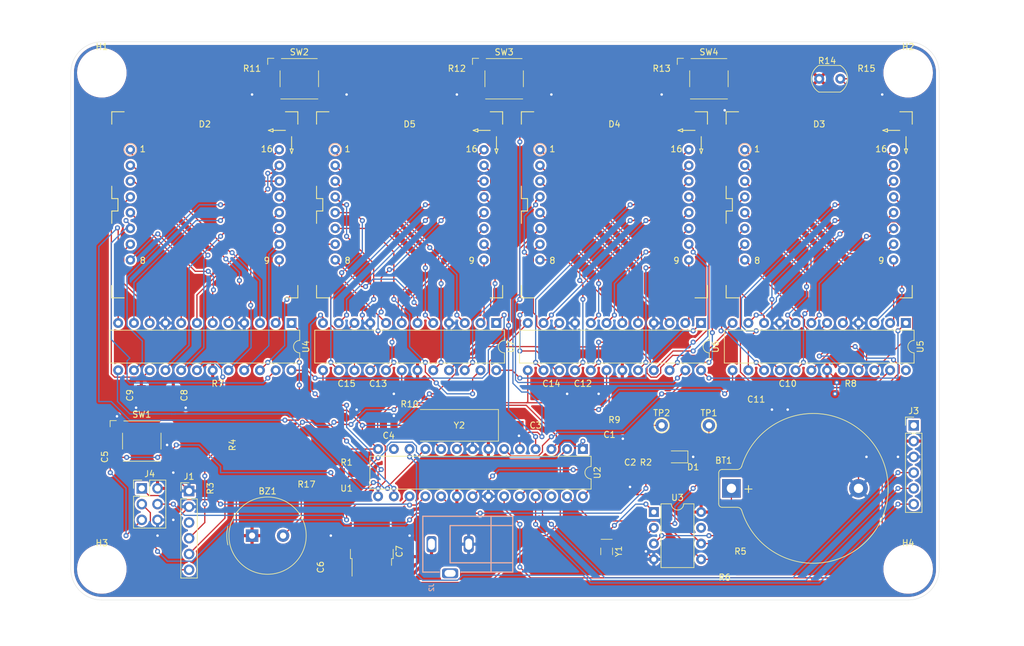
<source format=kicad_pcb>
(kicad_pcb (version 20211014) (generator pcbnew)
  (layers (0 "F.Cu" signal) (31 "B.Cu" signal) (34 "B.Paste" user) (35 "F.Paste" user) (36 "B.SilkS" user "B.Silkscreen") (37 "F.SilkS" user "F.Silkscreen") (38 "B.Mask" user) (39 "F.Mask" user) (44 "Edge.Cuts" user))
  (net 0 "")
  (net 1 "GND")
  (net 2 "Net-(BT1-Pad1)")
  (net 3 "BUZZER")
  (net 4 "VCC")
  (net 5 "Net-(C1-Pad1)")
  (net 6 "Net-(C3-Pad1)")
  (net 7 "Net-(C4-Pad1)")
  (net 8 "RESET")
  (net 9 "Net-(C5-Pad2)")
  (net 10 "Net-(D1-Pad2)")
  (net 11 "Net-(D2-Pad1)")
  (net 12 "Net-(D2-Pad2)")
  (net 13 "Net-(D2-Pad3)")
  (net 14 "Net-(D2-Pad4)")
  (net 15 "Net-(D2-Pad5)")
  (net 16 "Net-(D2-Pad6)")
  (net 17 "Net-(D2-Pad7)")
  (net 18 "Net-(D2-Pad8)")
  (net 19 "Net-(D2-Pad9)")
  (net 20 "Net-(D2-Pad10)")
  (net 21 "Net-(D2-Pad11)")
  (net 22 "Net-(D2-Pad12)")
  (net 23 "Net-(D2-Pad13)")
  (net 24 "Net-(D2-Pad14)")
  (net 25 "Net-(D2-Pad15)")
  (net 26 "Net-(D2-Pad16)")
  (net 27 "Net-(D3-Pad1)")
  (net 28 "Net-(D3-Pad2)")
  (net 29 "Net-(D3-Pad3)")
  (net 30 "Net-(D3-Pad4)")
  (net 31 "Net-(D3-Pad5)")
  (net 32 "Net-(D3-Pad6)")
  (net 33 "Net-(D3-Pad7)")
  (net 34 "Net-(D3-Pad8)")
  (net 35 "Net-(D3-Pad9)")
  (net 36 "Net-(D3-Pad10)")
  (net 37 "Net-(D3-Pad11)")
  (net 38 "Net-(D3-Pad12)")
  (net 39 "Net-(D3-Pad13)")
  (net 40 "Net-(D3-Pad14)")
  (net 41 "Net-(D3-Pad15)")
  (net 42 "Net-(D3-Pad16)")
  (net 43 "Net-(D4-Pad1)")
  (net 44 "Net-(D4-Pad2)")
  (net 45 "Net-(D4-Pad3)")
  (net 46 "Net-(D4-Pad4)")
  (net 47 "Net-(D4-Pad5)")
  (net 48 "Net-(D4-Pad6)")
  (net 49 "Net-(D4-Pad7)")
  (net 50 "Net-(D4-Pad8)")
  (net 51 "Net-(D4-Pad9)")
  (net 52 "Net-(D4-Pad10)")
  (net 53 "Net-(D4-Pad11)")
  (net 54 "Net-(D4-Pad12)")
  (net 55 "Net-(D4-Pad13)")
  (net 56 "Net-(D4-Pad14)")
  (net 57 "Net-(D4-Pad15)")
  (net 58 "Net-(D4-Pad16)")
  (net 59 "Net-(D5-Pad1)")
  (net 60 "Net-(D5-Pad2)")
  (net 61 "Net-(D5-Pad3)")
  (net 62 "Net-(D5-Pad4)")
  (net 63 "Net-(D5-Pad5)")
  (net 64 "Net-(D5-Pad6)")
  (net 65 "Net-(D5-Pad7)")
  (net 66 "Net-(D5-Pad8)")
  (net 67 "Net-(D5-Pad9)")
  (net 68 "Net-(D5-Pad10)")
  (net 69 "Net-(D5-Pad11)")
  (net 70 "Net-(D5-Pad12)")
  (net 71 "Net-(D5-Pad13)")
  (net 72 "Net-(D5-Pad14)")
  (net 73 "Net-(D5-Pad15)")
  (net 74 "Net-(D5-Pad16)")
  (net 75 "Net-(J1-Pad5)")
  (net 76 "Net-(J1-Pad4)")
  (net 78 "JOYST_X")
  (net 79 "JOYST_Y")
  (net 80 "JOYST_SW")
  (net 82 "LED_SCK")
  (net 83 "RXD")
  (net 84 "TXD")
  (net 85 "SCL")
  (net 86 "SDA")
  (net 87 "Net-(R9-Pad2)")
  (net 88 "Net-(R10-Pad2)")
  (net 89 "Net-(R7-Pad2)")
  (net 90 "Net-(R8-Pad2)")
  (net 91 "BTN_SEL")
  (net 92 "BTN_UP")
  (net 93 "BTN_DOWN")
  (net 94 "LIGHT_SENSOR")
  (net 95 "DISP_LOAD")
  (net 96 "DISP_CLK")
  (net 97 "DISP_DATA")
  (net 98 "MOSI")
  (net 99 "MISO")
  (net 100 "Net-(U3-Pad1)")
  (net 101 "Net-(U3-Pad2)")
  (net 103 "Net-(U4-Pad24)")
  (net 104 "Net-(U5-Pad1)")
  (net 106 "Net-(U6-Pad1)")
  (net 110 "Net-(C6-Pad1)")
  (net 111 "Net-(BZ1-Pad2)")
  (footprint "footprints:DIP-24_W7.62mm" (layer "F.Cu") (at 214.635 100.34 -90)
    (fp_text reference "U5")
    (fp_text value "MAX7219")
  )
  (footprint "footprints:TestPoint_THTPad_D2.0mm_Drill1.0mm" (layer "F.Cu") (at 182.88 116.84)
    (fp_text reference "TP1")
    (fp_text value "TestPoint")
  )
  (footprint "footprints:Buzzer_TDK_PS1240P02BT_D12.2mm_H6.5mm" (layer "F.Cu") (at 109.22 134.62)
    (fp_text reference "BZ1")
    (fp_text value "Buzzer")
  )
  (footprint "footprints:MountingHole_3.2mm_M3" (layer "F.Cu") (at 215 140)
    (fp_text reference "H4")
    (fp_text value "MountingHole")
  )
  (footprint "footprints:C_0805_2012Metric" (layer "F.Cu") (at 91.37 111.76 -90)
    (fp_text reference "C9")
    (fp_text value "C_0805_10uf")
  )
  (footprint "footprints:C_0805_2012Metric" (layer "F.Cu") (at 121.92 137.16 90)
    (fp_text reference "C6")
    (fp_text value "C_0805_1uf")
  )
  (footprint "footprints:Crystal_SMD_2Pin_3.2x1.5mm" (layer "F.Cu") (at 166.39 137.16 -90)
    (fp_text reference "Y1")
    (fp_text value "Crystal_32768Hz")
  )
  (footprint "footprints:DIP-8_W7.62mm" (layer "F.Cu") (at 174 130.82)
    (fp_text reference "U3")
    (fp_text value "DS1307_DIP-8")
  )
  (footprint "footprints:KWM-30881CVB" (layer "F.Cu") (at 167.64 81.28)
    (fp_text reference "D4")
    (fp_text value "KWM-30881CVB")
  )
  (footprint "footprints:R_0805_2012Metric" (layer "F.Cu") (at 185.42 137.16 180)
    (fp_text reference "R5")
    (fp_text value "R_0805_4.7K")
  )
  (footprint "footprints:C_0805_2012Metric" (layer "F.Cu") (at 166.85 120)
    (fp_text reference "C1")
    (fp_text value "C_0805_0.1uf")
  )
  (footprint "footprints:R_0805_2012Metric" (layer "F.Cu") (at 118 128)
    (fp_text reference "R17")
    (fp_text value "R_0805_47")
  )
  (footprint "footprints:C_0805_2012Metric" (layer "F.Cu") (at 157.48 111.76)
    (fp_text reference "C14")
    (fp_text value "C_0805_10uf")
  )
  (footprint "footprints:PinHeader_1x06_P2.54mm_Vertical" (layer "F.Cu") (at 215.9 116.84)
    (fp_text reference "J3")
    (fp_text value "Conn_01x06")
  )
  (footprint "footprints:R_0805_2012Metric" (layer "F.Cu") (at 185.42 139.7 180)
    (fp_text reference "R6")
    (fp_text value "R_0805_4.7K")
  )
  (footprint "footprints:SW_SPST_Omron_B3FS-100xP" (layer "F.Cu") (at 149.86 60.96)
    (fp_text reference "SW3")
    (fp_text value "Omron_B3F_SPST")
  )
  (footprint "footprints:R_0805_2012Metric" (layer "F.Cu") (at 175.26 60.96)
    (fp_text reference "R13")
    (fp_text value "R_0805_10K")
  )
  (footprint "footprints:C_0805_2012Metric" (layer "F.Cu") (at 151.57 116.84)
    (fp_text reference "C3")
    (fp_text value "C_0805_22pf")
  )
  (footprint "footprints:R_0805_2012Metric" (layer "F.Cu") (at 124.46 124.46)
    (fp_text reference "R1")
    (fp_text value "R_0805_10K")
  )
  (footprint "footprints:KWM-30881CVB" (layer "F.Cu") (at 101.6 81.28)
    (fp_text reference "D2")
    (fp_text value "KWM-30881CVB")
  )
  (footprint "footprints:MountingHole_3.2mm_M3" (layer "F.Cu") (at 215 60)
    (fp_text reference "H2")
    (fp_text value "MountingHole")
  )
  (footprint "footprints:C_0805_2012Metric" (layer "F.Cu") (at 162.56 111.76)
    (fp_text reference "C12")
    (fp_text value "C_0805_0.1uf")
  )
  (footprint "footprints:R_0805_2012Metric" (layer "F.Cu") (at 208.28 60.96)
    (fp_text reference "R15")
    (fp_text value "R_0805_100K")
  )
  (footprint "footprints:C_0805_2012Metric" (layer "F.Cu") (at 96.52 112 -90)
    (fp_text reference "C8")
    (fp_text value "C_0805_0.1uf")
  )
  (footprint "footprints:R_LDR_4.9x4.2mm_P2.54mm_Vertical" (layer "F.Cu") (at 200.66 60.96)
    (fp_text reference "R14")
    (fp_text value "PhotoconductivePhotocell")
  )
  (footprint "footprints:MountingHole_3.2mm_M3" (layer "F.Cu") (at 85 140)
    (fp_text reference "H3")
    (fp_text value "MountingHole")
  )
  (footprint "footprints:R_0805_2012Metric" (layer "F.Cu") (at 109.22 60.96)
    (fp_text reference "R11")
    (fp_text value "R_0805_10K")
  )
  (footprint "footprints:DIP-28_W7.62mm" (layer "F.Cu") (at 162.56 120.66 -90)
    (fp_text reference "U2")
    (fp_text value "ATmega328-PU")
  )
  (footprint "footprints:Crystal_SMD_HC49-SD" (layer "F.Cu") (at 142.24 116.84 180)
    (fp_text reference "Y2")
    (fp_text value "Crystal_16MHz")
  )
  (footprint "footprints:SW_SPST_Omron_B3FS-100xP" (layer "F.Cu") (at 116.84 60.96)
    (fp_text reference "SW2")
    (fp_text value "Omron_B3F_SPST")
  )
  (footprint "footprints:R_0805_2012Metric" (layer "F.Cu") (at 134.62 111.76 180)
    (fp_text reference "R10")
    (fp_text value "R_0805_22K")
  )
  (footprint "footprints:R_0805_2012Metric" (layer "F.Cu") (at 103.52 120 -90)
    (fp_text reference "R4")
    (fp_text value "R_0805_47")
  )
  (footprint "footprints:MountingHole_3.2mm_M3" (layer "F.Cu") (at 85 60)
    (fp_text reference "H1")
    (fp_text value "MountingHole")
  )
  (footprint "footprints:SW_SPST_Omron_B3FS-100xP" (layer "F.Cu") (at 182.88 60.96)
    (fp_text reference "SW4")
    (fp_text value "Omron_B3F_SPST")
  )
  (footprint "footprints:KWM-30881CVB" (layer "F.Cu") (at 134.62 81.28)
    (fp_text reference "D5")
    (fp_text value "KWM-30881CVB")
  )
  (footprint "footprints:PinHeader_1x06_P2.54mm_Vertical" (layer "F.Cu") (at 99.06 127.425)
    (fp_text reference "J1")
    (fp_text value "Conn_01x06")
  )
  (footprint "footprints:DIP-24_W7.62mm" (layer "F.Cu") (at 115.575 100.34 -90)
    (fp_text reference "U4")
    (fp_text value "MAX7219")
  )
  (footprint "footprints:DIP-24_W7.62mm" (layer "F.Cu") (at 181.615 100.34 -90)
    (fp_text reference "U6")
    (fp_text value "MAX7219")
  )
  (footprint "footprints:TestPoint_THTPad_D2.0mm_Drill1.0mm" (layer "F.Cu") (at 175.26 116.84)
    (fp_text reference "TP2")
    (fp_text value "TestPoint")
  )
  (footprint "footprints:C_0805_2012Metric" (layer "F.Cu") (at 129.54 111.76)
    (fp_text reference "C13")
    (fp_text value "C_0805_0.1uf")
  )
  (footprint "footprints:TO-252-2" (layer "F.Cu") (at 128.525 135.855 90)
    (fp_text reference "U1")
    (fp_text value "L7805")
  )
  (footprint "footprints:R_0805_2012Metric" (layer "F.Cu") (at 103.67 111.76)
    (fp_text reference "R7")
    (fp_text value "R_0805_22K")
  )
  (footprint "footprints:R_0805_2012Metric" (layer "F.Cu") (at 167.64 114.3 180)
    (fp_text reference "R9")
    (fp_text value "R_0805_22K")
  )
  (footprint "footprints:C_0805_2012Metric" (layer "F.Cu") (at 170.18 124.46)
    (fp_text reference "C2")
    (fp_text value "C_0805_0.1uf")
  )
  (footprint "footprints:BatteryHolder_Keystone_106_1x20mm" (layer "F.Cu") (at 186.506314 127.000017)
    (fp_text reference "BT1")
    (fp_text value "Battery_Cell")
  )
  (footprint "footprints:C_0805_2012Metric" (layer "F.Cu") (at 190.5 114.3)
    (fp_text reference "C11")
    (fp_text value "C_0805_10uf")
  )
  (footprint "footprints:DIP-24_W7.62mm" (layer "F.Cu") (at 148.595 100.34 -90)
    (fp_text reference "U7")
    (fp_text value "MAX7219")
  )
  (footprint "footprints:C_0805_2012Metric" (layer "F.Cu") (at 124.46 111.76)
    (fp_text reference "C15")
    (fp_text value "C_0805_10uf")
  )
  (footprint "footprints:C_0805_2012Metric" (layer "F.Cu") (at 134.62 137.16 90)
    (fp_text reference "C7")
    (fp_text value "C_0805_0.1uf")
  )
  (footprint "footprints:C_0805_2012Metric" (layer "F.Cu") (at 131.25 116.84 180)
    (fp_text reference "C4")
    (fp_text value "C_0805_22pf")
  )
  (footprint "footprints:R_0805_2012Metric" (layer "F.Cu") (at 205.74 111.76)
    (fp_text reference "R8")
    (fp_text value "R_0805_22K")
  )
  (footprint "footprints:LED_0805_2012Metric" (layer "F.Cu") (at 177.8 121.92 180)
    (fp_text reference "D1")
    (fp_text value "LED_0805")
  )
  (footprint "footprints:R_0805_2012Metric" (layer "F.Cu") (at 175.26 124.46)
    (fp_text reference "R2")
    (fp_text value "R_0805_2.2K")
  )
  (footprint "footprints:C_0805_2012Metric" (layer "F.Cu") (at 83.82 121.92 -90)
    (fp_text reference "C5")
    (fp_text value "C_0805_0.1uf")
  )
  (footprint "footprints:R_0805_2012Metric" (layer "F.Cu") (at 142.24 60.96)
    (fp_text reference "R12")
    (fp_text value "R_0805_10K")
  )
  (footprint "footprints:PinHeader_2x03_P2.54mm_Vertical" (layer "F.Cu") (at 91.44 127)
    (fp_text reference "J4")
    (fp_text value "Conn_02x03_Odd_Even")
  )
  (footprint "footprints:C_0805_2012Metric" (layer "F.Cu") (at 195.58 111.76)
    (fp_text reference "C10")
    (fp_text value "C_0805_0.1uf")
  )
  (footprint "footprints:KWM-30881CVB" (layer "F.Cu") (at 200.66 81.28)
    (fp_text reference "D3")
    (fp_text value "KWM-30881CVB")
  )
  (footprint "footprints:SW_SPST_Omron_B3FS-100xP" (layer "F.Cu") (at 91.44 119.38)
    (fp_text reference "SW1")
    (fp_text value "Omron_B3F_SPST")
  )
  (footprint "footprints:R_0805_2012Metric" (layer "F.Cu") (at 104.14 127 90)
    (fp_text reference "R3")
    (fp_text value "R_0805_47")
  )
  (footprint "footprints:PJ-102AH" (layer "B.Cu") (at 141.15 136 90)
    (fp_text reference "J2")
    (fp_text value "PJ-102AH" hide)
  )
  (gr_line locked (start 220 60) (end 220 140) (layer "Edge.Cuts") (width 0.05))
  (gr_line locked (start 80 60) (end 80 140) (layer "Edge.Cuts") (width 0.05))
  (gr_arc locked (start 80 60) (mid 81.464466 56.464466) (end 85 55) (layer "Edge.Cuts") (width 0.05))
  (gr_arc locked (start 85 145) (mid 81.464466 143.535534) (end 80 140) (layer "Edge.Cuts") (width 0.05))
  (gr_arc locked (start 220 140) (mid 218.535534 143.535534) (end 215 145) (layer "Edge.Cuts") (width 0.05))
  (gr_line locked (start 215 55) (end 85 55) (layer "Edge.Cuts") (width 0.05))
  (gr_arc locked (start 215 55) (mid 218.535534 56.464466) (end 220 60) (layer "Edge.Cuts") (width 0.05))
  (gr_line locked (start 215 145) (end 85 145) (layer "Edge.Cuts") (width 0.05))
  (gr_text "RedSun" (at 111.76 121) (layer "F.Cu") (effects (font (size 2.286 2.286) (thickness 0.3) italic)))
  (segment (start 95.52 117.21) (end 95.44 117.13) (width 0.2032) (layer "F.Cu") (net 1))
  (segment (start 152.252809 117.007191) (end 152.42 116.84) (width 0.2032) (layer "F.Cu") (net 1))
  (segment (start 134.62 136.31) (end 134.62 134.62) (width 0.508) (layer "F.Cu") (net 1))
  (segment (start 96.945 132.08) (end 96.52 132.08) (width 0.2032) (layer "F.Cu") (net 1))
  (segment (start 175.55 63.21) (end 175.26 63.5) (width 0.2032) (layer "F.Cu") (net 1))
  (segment (start 95.52 120) (end 95.52 117.21) (width 0.2032) (layer "F.Cu") (net 1))
  (segment (start 91.37 113.15) (end 91.37 112.61) (width 0.2032) (layer "F.Cu") (net 1))
  (segment (start 191.35 114.3) (end 193.04 114.3) (width 0.2032) (layer "F.Cu") (net 1))
  (segment (start 99.06 127.425) (end 96.52 124.885) (width 0.2032) (layer "F.Cu") (net 1))
  (segment (start 125.31 111.76) (end 125.31 113.532189) (width 0.2032) (layer "F.Cu") (net 1))
  (segment (start 125.31 113.532189) (end 126.077811 114.3) (width 0.2032) (layer "F.Cu") (net 1))
  (segment (start 134.62 134.62) (end 133.755 133.755) (width 0.508) (layer "F.Cu") (net 1))
  (segment (start 142.53 63.21) (end 142.24 63.5) (width 0.2032) (layer "F.Cu") (net 1))
  (segment (start 178.88 63.21) (end 175.55 63.21) (width 0.2032) (layer "F.Cu") (net 1))
  (segment (start 157.19 63.21) (end 157.48 63.5) (width 0.2032) (layer "F.Cu") (net 1))
  (segment (start 96.52 124.885) (end 96.52 124.46) (width 0.2032) (layer "F.Cu") (net 1))
  (segment (start 152.252809 118.522109) (end 152.252809 117.007191) (width 0.2032) (layer "F.Cu") (net 1))
  (segment (start 163.41 111.76) (end 165.1 111.76) (width 0.2032) (layer "F.Cu") (net 1))
  (segment (start 109.51 63.21) (end 109.22 63.5) (width 0.2032) (layer "F.Cu") (net 1))
  (segment (start 186.88 64.58) (end 185.42 66.04) (width 0.2032) (layer "F.Cu") (net 1))
  (segment (start 206.996314 127.000017) (end 206.996314 123.203686) (width 0.2032) (layer "F.Cu") (net 1))
  (segment (start 97.37 112.85) (end 98.52 114) (width 0.2032) (layer "F.Cu") (net 1))
  (segment (start 87.44 117.13) (end 87.44 115.38) (width 0.2032) (layer "F.Cu") (net 1))
  (segment (start 121.92 134.62) (end 122.785 133.755) (width 0.508) (layer "F.Cu") (net 1))
  (segment (start 171.03 124.46) (end 171.03 125.896761) (width 0.2032) (layer "F.Cu") (net 1))
  (segment (start 120.84 63.21) (end 124.17 63.21) (width 0.2032) (layer "F.Cu") (net 1))
  (segment (start 90.52 114) (end 91.37 113.15) (width 0.2032) (layer "F.Cu") (net 1))
  (segment (start 93.98 132.08) (end 93.98 134.62) (width 0.2032) (layer "F.Cu") (net 1))
  (segment (start 196.43 111.76) (end 196.43 113.45) (width 0.2032) (layer "F.Cu") (net 1))
  (segment (start 168 120) (end 169 119) (width 0.2032) (layer "F.Cu") (net 1))
  (segment (start 153.86 63.21) (end 157.19 63.21) (width 0.2032) (layer "F.Cu") (net 1))
  (segment (start 206.996314 123.203686) (end 208.28 121.92) (width 0.2032) (layer "F.Cu") (net 1))
  (segment (start 112.84 63.21) (end 109.51 63.21) (width 0.2032) (layer "F.Cu") (net 1))
  (segment (start 122.785 133.755) (end 128.525 133.755) (width 0.508) (layer "F.Cu") (net 1))
  (segment (start 133.755 133.755) (end 128.525 133.755) (width 0.508) (layer "F.Cu") (net 1))
  (segment (start 130.39 111.76) (end 132.08 111.76) (width 0.2032) (layer "F.Cu") (net 1))
  (segment (start 158.33 111.76) (end 160.02 111.76) (width 0.2032) (layer "F.Cu") (net 1))
  (segment (start 174 138.44) (end 172.72 137.16) (width 0.2032) (layer "F.Cu") (net 1))
  (segment (start 121.92 136.31) (end 121.92 134.62) (width 0.508) (layer "F.Cu") (net 1))
  (segment (start 130.4 116.84) (end 130.4 116.715) (width 0.2032) (layer "F.Cu") (net 1))
  (segment (start 131.799497 115.315503) (end 132.08 115.315503) (width 0.2032) (layer "F.Cu") (net 1))
  (segment (start 145.86 63.21) (end 142.53 63.21) (width 0.2032) (layer "F.Cu") (net 1))
  (segment (start 215.9 121.92) (end 213.36 121.92) (width 0.2032) (layer "F.Cu") (net 1))
  (segment (start 167.7 120) (end 168 120) (width 0.2032) (layer "F.Cu") (net 1))
  (segment (start 130.4 116.715) (end 131.799497 115.315503) (width 0.2032) (layer "F.Cu") (net 1))
  (segment (start 124.17 63.21) (end 124.46 63.5) (width 0.2032) (layer "F.Cu") (net 1))
  (segment (start 186.88 63.21) (end 186.88 64.58) (width 0.2032) (layer "F.Cu") (net 1))
  (segment (start 178.7375 121.92) (end 180.34 121.92) (width 0.2032) (layer "F.Cu") (net 1))
  (segment (start 96.52 112.85) (end 97.37 112.85) (width 0.2032) (layer "F.Cu") (net 1))
  (segment (start 171.03 125.896761) (end 170.15746 126.769301) (width 0.2032) (layer "F.Cu") (net 1))
  (segment (start 196.43 113.45) (end 195.58 114.3) (width 0.2032) (layer "F.Cu") (net 1))
  (segment (start 210.82 62.65) (end 210.82 63.5) (width 0.2032) (layer "F.Cu") (net 1))
  (segment (start 99.06 129.965) (end 96.945 132.08) (width 0.2032) (layer "F.Cu") (net 1))
  (segment (start 209.13 60.96) (end 210.82 62.65) (width 0.2032) (layer "F.Cu") (net 1))
  (via (at 185.42 66.04) (size 0.8128) (drill 0.4064) (layers "F.Cu" "B.Cu") (net 1))
  (via (at 132.08 115.315503) (size 0.8128) (drill 0.4064) (layers "F.Cu" "B.Cu") (net 1))
  (via (at 180.34 121.92) (size 0.8128) (drill 0.4064) (layers "F.Cu" "B.Cu") (net 1))
  (via (at 170.15746 126.769301) (size 0.8128) (drill 0.4064) (layers "F.Cu" "B.Cu") (net 1))
  (via (at 157.48 63.5) (size 0.8128) (drill 0.4064) (layers "F.Cu" "B.Cu") (net 1))
  (via (at 175.26 63.5) (size 0.8128) (drill 0.4064) (layers "F.Cu" "B.Cu") (net 1))
  (via (at 87.44 115.38) (size 0.8128) (drill 0.4064) (layers "F.Cu" "B.Cu") (net 1))
  (via (at 124.46 63.5) (size 0.8128) (drill 0.4064) (layers "F.Cu" "B.Cu") (net 1))
  (via (at 172.72 137.16) (size 0.8128) (drill 0.4064) (layers "F.Cu" "B.Cu") (net 1))
  (via (at 96.52 124.46) (size 0.8128) (drill 0.4064) (layers "F.Cu" "B.Cu") (net 1))
  (via (at 126.077811 114.3) (size 0.8128) (drill 0.4064) (layers "F.Cu" "B.Cu") (net 1))
  (via (at 90.52 114) (size 0.8128) (drill 0.4064) (layers "F.Cu" "B.Cu") (net 1))
  (via (at 109.22 63.5) (size 0.8128) (drill 0.4064) (layers "F.Cu" "B.Cu") (net 1))
  (via (at 132.08 111.76) (size 0.8128) (drill 0.4064) (layers "F.Cu" "B.Cu") (net 1))
  (via (at 96.52 132.08) (size 0.8128) (drill 0.4064) (layers "F.Cu" "B.Cu") (net 1))
  (via (at 121.92 134.62) (size 0.8128) (drill 0.4064) (layers "F.Cu" "B.Cu") (net 1))
  (via (at 142.24 63.5) (size 0.8128) (drill 0.4064) (layers "F.Cu" "B.Cu") (net 1))
  (via (at 165.1 111.76) (size 0.8128) (drill 0.4064) (layers "F.Cu" "B.Cu") (net 1))
  (via (at 93.98 134.62) (size 0.8128) (drill 0.4064) (layers "F.Cu" "B.Cu") (net 1))
  (via (at 193.04 114.3) (size 0.8128) (drill 0.4064) (layers "F.Cu" "B.Cu") (net 1))
  (via (at 160.02 111.76) (size 0.8128) (drill 0.4064) (layers "F.Cu" "B.Cu") (net 1))
  (via (at 152.252809 118.522109) (size 0.8128) (drill 0.4064) (layers "F.Cu" "B.Cu") (net 1))
  (via (at 98.52 114) (size 0.8128) (drill 0.4064) (layers "F.Cu" "B.Cu") (net 1))
  (via (at 208.28 121.92) (size 0.8128) (drill 0.4064) (layers "F.Cu" "B.Cu") (net 1))
  (via (at 169 119) (size 0.8128) (drill 0.4064) (layers "F.Cu" "B.Cu") (net 1))
  (via (at 134.62 134.62) (size 0.8128) (drill 0.4064) (layers "F.Cu" "B.Cu") (net 1))
  (via (at 95.52 120) (size 0.8128) (drill 0.4064) (layers "F.Cu" "B.Cu") (net 1))
  (via (at 213.36 121.92) (size 0.8128) (drill 0.4064) (layers "F.Cu" "B.Cu") (net 1))
  (via (at 195.58 114.3) (size 0.8128) (drill 0.4064) (layers "F.Cu" "B.Cu") (net 1))
  (via (at 210.82 63.5) (size 0.8128) (drill 0.4064) (layers "F.Cu" "B.Cu") (net 1))
  (segment (start 182.88 134.62) (end 183.670867 134.62) (width 0.2032) (layer "F.Cu") (net 2))
  (segment (start 175.26 134.62) (end 175.26 134.64) (width 0.2032) (layer "F.Cu") (net 2))
  (segment (start 183.670867 134.62) (end 186.506314 131.784553) (width 0.2032) (layer "F.Cu") (net 2))
  (segment (start 175.26 134.64) (end 174 135.9) (width 0.2032) (layer "F.Cu") (net 2))
  (segment (start 186.506314 131.784553) (end 186.506314 127.000017) (width 0.2032) (layer "F.Cu") (net 2))
  (via (at 182.88 134.62) (size 0.8128) (drill 0.4064) (layers "F.Cu" "B.Cu") (net 2))
  (via (at 175.26 134.62) (size 0.8128) (drill 0.4064) (layers "F.Cu" "B.Cu") (net 2))
  (segment (start 182.88 134.62) (end 175.26 134.62) (width 0.2032) (layer "B.Cu") (net 2))
  (segment (start 128.7785 126.050557) (end 126.829057 128) (width 0.2032) (layer "F.Cu") (net 3))
  (segment (start 131.064497 127) (end 131.064497 126.755503) (width 0.2032) (layer "F.Cu") (net 3))
  (segment (start 131.064497 126.755503) (end 137.16 120.66) (width 0.2032) (layer "F.Cu") (net 3))
  (segment (start 126.829057 128) (end 118.85 128) (width 0.2032) (layer "F.Cu") (net 3))
  (via (at 131.064497 127) (size 0.8128) (drill 0.4064) (layers "F.Cu" "B.Cu") (net 3))
  (via (at 128.7785 126.050557) (size 0.8128) (drill 0.4064) (layers "F.Cu" "B.Cu") (net 3))
  (segment (start 129.595655 126.050557) (end 130.545098 127) (width 0.2032) (layer "B.Cu") (net 3))
  (segment (start 130.545098 127) (end 131.064497 127) (width 0.2032) (layer "B.Cu") (net 3))
  (segment (start 128.7785 126.050557) (end 129.595655 126.050557) (width 0.2032) (layer "B.Cu") (net 3))
  (segment (start 134.265 140.055) (end 130.805 140.055) (width 0.508) (layer "F.Cu") (net 4))
  (segment (start 203.2 111.76) (end 204.89 111.76) (width 0.2032) (layer "F.Cu") (net 4))
  (segment (start 201.935 107.96) (end 203.487937 109.512937) (width 0.2032) (layer "F.Cu") (net 4))
  (segment (start 203.487937 109.512937) (end 203.487937 109.9307) (width 0.2032) (layer "F.Cu") (net 4))
  (segment (start 134.62 139.7) (end 134.265 140.055) (width 0.508) (layer "F.Cu") (net 4))
  (segment (start 134.62 138.01) (end 134.62 139.7) (width 0.508) (layer "F.Cu") (net 4))
  (via (at 203.2 111.76) (size 0.8128) (drill 0.4064) (layers "F.Cu" "B.Cu") (net 4))
  (via (at 203.487937 109.9307) (size 0.8128) (drill 0.4064) (layers "F.Cu" "B.Cu") (net 4))
  (segment (start 203.487937 109.9307) (end 203.487937 111.472063) (width 0.2032) (layer "B.Cu") (net 4))
  (segment (start 203.487937 111.472063) (end 203.2 111.76) (width 0.2032) (layer "B.Cu") (net 4))
  (segment (start 166 120) (end 162 124) (width 0.2032) (layer "F.Cu") (net 5))
  (segment (start 148 125) (end 148 125.06) (width 0.2032) (layer "F.Cu") (net 5))
  (segment (start 148 125.06) (end 144.78 128.28) (width 0.2032) (layer "F.Cu") (net 5))
  (segment (start 162 124) (end 161 124) (width 0.2032) (layer "F.Cu") (net 5))
  (via (at 161 124) (size 0.8128) (drill 0.4064) (layers "F.Cu" "B.Cu") (net 5))
  (via (at 148 125) (size 0.8128) (drill 0.4064) (layers "F.Cu" "B.Cu") (net 5))
  (segment (start 149 124) (end 148 125) (width 0.2032) (layer "B.Cu") (net 5))
  (segment (start 161 124) (end 149 124) (width 0.2032) (layer "B.Cu") (net 5))
  (segment (start 146.06 116.84) (end 150.72 116.84) (width 0.2032) (layer "F.Cu") (net 6))
  (segment (start 142.24 120.66) (end 146.06 116.84) (width 0.2032) (layer "F.Cu") (net 6))
  (segment (start 135.88 116.84) (end 139.7 120.66) (width 0.2032) (layer "F.Cu") (net 7))
  (segment (start 132.1 116.84) (end 135.88 116.84) (width 0.2032) (layer "F.Cu") (net 7))
  (segment (start 122.730689 125.464311) (end 124.430689 125.464311) (width 0.2032) (layer "F.Cu") (net 8))
  (segment (start 125.31 124.585) (end 125.31 124.46) (width 0.2032) (layer "F.Cu") (net 8))
  (segment (start 84.003622 121.07) (end 83.82 121.07) (width 0.2032) (layer "F.Cu") (net 8))
  (segment (start 89 122) (end 87.81 122) (width 0.2032) (layer "F.Cu") (net 8))
  (segment (start 86.36 123.426378) (end 84.003622 121.07) (width 0.2032) (layer "F.Cu") (net 8))
  (segment (start 121.92 124.653622) (end 122.730689 125.464311) (width 0.2032) (layer "F.Cu") (net 8))
  (segment (start 84.38 121.63) (end 83.82 121.07) (width 0.2032) (layer "F.Cu") (net 8))
  (segment (start 97 120.07) (end 97 120) (width 0.2032) (layer "F.Cu") (net 8))
  (segment (start 162.56 119.38) (end 162.56 120.66) (width 0.2032) (layer "F.Cu") (net 8))
  (segment (start 127.149103 124.46) (end 129.54 122.069103) (width 0.2032) (layer "F.Cu") (net 8))
  (segment (start 124.430689 125.464311) (end 125.31 124.585) (width 0.2032) (layer "F.Cu") (net 8))
  (segment (start 91.44 132.08) (end 88.9 134.62) (width 0.2032) (layer "F.Cu") (net 8))
  (segment (start 121.92 124.46) (end 121.92 124.653622) (width 0.2032) (layer "F.Cu") (net 8))
  (segment (start 95.44 121.63) (end 94.37 121.63) (width 0.2032) (layer "F.Cu") (net 8))
  (segment (start 87.81 122) (end 87.44 121.63) (width 0.2032) (layer "F.Cu") (net 8))
  (segment (start 87.44 121.63) (end 84.38 121.63) (width 0.2032) (layer "F.Cu") (net 8))
  (segment (start 95.44 121.63) (end 97 120.07) (width 0.2032) (layer "F.Cu") (net 8))
  (segment (start 94.37 121.63) (end 94 122) (width 0.2032) (layer "F.Cu") (net 8))
  (segment (start 125.31 124.46) (end 127.149103 124.46) (width 0.2032) (layer "F.Cu") (net 8))
  (segment (start 86.36 124.46) (end 86.36 123.426378) (width 0.2032) (layer "F.Cu") (net 8))
  (via (at 162.56 119.38) (size 0.8128) (drill 0.4064) (layers "F.Cu" "B.Cu") (net 8))
  (via (at 129.54 122.069103) (size 0.8128) (drill 0.4064) (layers "F.Cu" "B.Cu") (net 8))
  (via (at 88.9 134.62) (size 0.8128) (drill 0.4064) (layers "F.Cu" "B.Cu") (net 8))
  (via (at 86.36 124.46) (size 0.8128) (drill 0.4064) (layers "F.Cu" "B.Cu") (net 8))
  (via (at 94 122) (size 0.8128) (drill 0.4064) (layers "F.Cu" "B.Cu") (net 8))
  (via (at 121.92 124.46) (size 0.8128) (drill 0.4064) (layers "F.Cu" "B.Cu") (net 8))
  (via (at 97 120) (size 0.8128) (drill 0.4064) (layers "F.Cu" "B.Cu") (net 8))
  (via (at 89 122) (size 0.8128) (drill 0.4064) (layers "F.Cu" "B.Cu") (net 8))
  (segment (start 158.915689 120.202578) (end 159.562578 119.555689) (width 0.2032) (layer "B.Cu") (net 8))
  (segment (start 135.724311 120.202578) (end 135.724311 121.117422) (width 0.2032) (layer "B.Cu") (net 8))
  (segment (start 129.69263 122.069103) (end 130.975689 120.786044) (width 0.2032) (layer "B.Cu") (net 8))
  (segment (start 158.113111 121.92) (end 158.915689 121.117422) (width 0.2032) (layer "B.Cu") (net 8))
  (segment (start 129.54 122.069103) (end 129.69263 122.069103) (width 0.2032) (layer "B.Cu") (net 8))
  (segment (start 88.9 127) (end 86.36 124.46) (width 0.2032) (layer "B.Cu") (net 8))
  (segment (start 88.9 134.62) (end 88.9 127) (width 0.2032) (layer "B.Cu") (net 8))
  (segment (start 160.477422 119.555689) (end 161.124311 120.202578) (width 0.2032) (layer "B.Cu") (net 8))
  (segment (start 135.077422 119.555689) (end 135.724311 120.202578) (width 0.2032) (layer "B.Cu") (net 8))
  (segment (start 100.685098 120) (end 104.14 123.454902) (width 0.2032) (layer "B.Cu") (net 8))
  (segment (start 130.975689 120.202578) (end 131.622578 119.555689) (width 0.2032) (layer "B.Cu") (net 8))
  (segment (start 161.737422 120.202578) (end 162.56 119.38) (width 0.2032) (layer "B.Cu") (net 8))
  (segment (start 159.562578 119.555689) (end 160.477422 119.555689) (width 0.2032) (layer "B.Cu") (net 8))
  (segment (start 136.526889 121.92) (end 158.113111 121.92) (width 0.2032) (layer "B.Cu") (net 8))
  (segment (start 131.622578 119.555689) (end 135.077422 119.555689) (width 0.2032) (layer "B.Cu") (net 8))
  (segment (start 104.14 124.46) (end 121.92 124.46) (width 0.2032) (layer "B.Cu") (net 8))
  (segment (start 97 120) (end 100.685098 120) (width 0.2032) (layer "B.Cu") (net 8))
  (segment (start 94 122) (end 89 122) (width 0.2032) (layer "B.Cu") (net 8))
  (segment (start 158.915689 121.117422) (end 158.915689 120.202578) (width 0.2032) (layer "B.Cu") (net 8))
  (segment (start 104.14 123.454902) (end 104.14 124.46) (width 0.2032) (layer "B.Cu") (net 8))
  (segment (start 161.124311 120.202578) (end 161.737422 120.202578) (width 0.2032) (layer "B.Cu") (net 8))
  (segment (start 130.975689 120.786044) (end 130.975689 120.202578) (width 0.2032) (layer "B.Cu") (net 8))
  (segment (start 135.724311 121.117422) (end 136.526889 121.92) (width 0.2032) (layer "B.Cu") (net 8))
  (segment (start 91.671378 140.125) (end 99.06 140.125) (width 0.2032) (layer "F.Cu") (net 9))
  (segment (start 83.82 122.77) (end 83.82 132.273622) (width 0.2032) (layer "F.Cu") (net 9))
  (segment (start 83.82 132.273622) (end 91.671378 140.125) (width 0.2032) (layer "F.Cu") (net 9))
  (segment (start 176.8625 121.92) (end 176.11 122.6725) (width 0.2032) (layer "F.Cu") (net 10))
  (segment (start 176.11 122.6725) (end 176.11 124.46) (width 0.2032) (layer "F.Cu") (net 10))
  (segment (start 89.6 72.825098) (end 105.774902 89) (width 0.2032) (layer "F.Cu") (net 11))
  (segment (start 89.6 72.39) (end 89.6 72.825098) (width 0.2032) (layer "F.Cu") (net 11))
  (segment (start 105.774902 89) (end 106 89) (width 0.2032) (layer "F.Cu") (net 11))
  (via (at 106 89) (size 0.8128) (drill 0.4064) (layers "F.Cu" "B.Cu") (net 11))
  (segment (start 110.495 93.495) (end 110.495 100.34) (width 0.2032) (layer "B.Cu") (net 11))
  (segment (start 106 89) (end 110.495 93.495) (width 0.2032) (layer "B.Cu") (net 11))
  (segment (start 89.93 74.93) (end 89.6 74.93) (width 0.2032) (layer "F.Cu") (net 12))
  (segment (start 105 90) (end 89.93 74.93) (width 0.2032) (layer "F.Cu") (net 12))
  (segment (start 107.182541 93.477459) (end 107.182541 97.817459) (width 0.2032) (layer "F.Cu") (net 12))
  (segment (start 105.415 99.585) (end 105.415 100.34) (width 0.2032) (layer "F.Cu") (net 12))
  (segment (start 107.182541 97.817459) (end 105.415 99.585) (width 0.2032) (layer "F.Cu") (net 12))
  (via (at 105 90) (size 0.8128) (drill 0.4064) (layers "F.Cu" "B.Cu") (net 12))
  (via (at 107.182541 93.477459) (size 0.8128) (drill 0.4064) (layers "F.Cu" "B.Cu") (net 12))
  (segment (start 105 90) (end 107.182541 92.182541) (width 0.2032) (layer "B.Cu") (net 12))
  (segment (start 107.182541 92.182541) (end 107.182541 93.477459) (width 0.2032) (layer "B.Cu") (net 12))
  (segment (start 101.85 89.15) (end 102.297449 89.597449) (width 0.2032) (layer "F.Cu") (net 13))
  (segment (start 90.17 77.47) (end 101.85 89.15) (width 0.2032) (layer "F.Cu") (net 13))
  (segment (start 89.6 77.47) (end 90.17 77.47) (width 0.2032) (layer "F.Cu") (net 13))
  (segment (start 101.85 89.15) (end 102.102541 89.402541) (width 0.2032) (layer "F.Cu") (net 13))
  (via (at 102.102541 89.402541) (size 0.8128) (drill 0.4064) (layers "F.Cu" "B.Cu") (net 13))
  (segment (start 101.439311 90.065771) (end 101.439311 104.315689) (width 0.2032) (layer "B.Cu") (net 13))
  (segment (start 101.439311 104.315689) (end 97.795 107.96) (width 0.2032) (layer "B.Cu") (net 13))
  (segment (start 102.102541 89.402541) (end 101.439311 90.065771) (width 0.2032) (layer "B.Cu") (net 13))
  (segment (start 91.610689 109.064311) (end 87.064311 109.064311) (width 0.2032) (layer "F.Cu") (net 14))
  (segment (start 92.715 107.96) (end 91.610689 109.064311) (width 0.2032) (layer "F.Cu") (net 14))
  (segment (start 87.064311 109.064311) (end 86.530689 108.530689) (width 0.2032) (layer "F.Cu") (net 14))
  (segment (start 86.530689 108.530689) (end 86.530689 83.079311) (width 0.2032) (layer "F.Cu") (net 14))
  (segment (start 86.530689 83.079311) (end 89.6 80.01) (width 0.2032) (layer "F.Cu") (net 14))
  (segment (start 89.6 82.55) (end 97.795 90.745) (width 0.2032) (layer "F.Cu") (net 15))
  (segment (start 97.795 90.745) (end 97.795 100.34) (width 0.2032) (layer "F.Cu") (net 15))
  (segment (start 113.02 107.96) (end 111.76 109.22) (width 0.2032) (layer "F.Cu") (net 16))
  (segment (start 113.035 107.96) (end 113.02 107.96) (width 0.2032) (layer "F.Cu") (net 16))
  (segment (start 89.6 84.52) (end 88.9 83.82) (width 0.2032) (layer "F.Cu") (net 16))
  (segment (start 89.6 85.09) (end 89.6 84.52) (width 0.2032) (layer "F.Cu") (net 16))
  (via (at 111.76 109.22) (size 0.8128) (drill 0.4064) (layers "F.Cu" "B.Cu") (net 16))
  (via (at 88.9 83.82) (size 0.8128) (drill 0.4064) (layers "F.Cu" "B.Cu") (net 16))
  (segment (start 86.530689 103.010689) (end 89.52 106) (width 0.2032) (layer "B.Cu") (net 16))
  (segment (start 86.530689 87.429311) (end 86.530689 103.010689) (width 0.2032) (layer "B.Cu") (net 16))
  (segment (start 89.52 110) (end 110.98 110) (width 0.2032) (layer "B.Cu") (net 16))
  (segment (start 110.98 110) (end 111.76 109.22) (width 0.2032) (layer "B.Cu") (net 16))
  (segment (start 89.52 84.44) (end 86.530689 87.429311) (width 0.2032) (layer "B.Cu") (net 16))
  (segment (start 88.9 83.82) (end 89.52 84.44) (width 0.2032) (layer "B.Cu") (net 16))
  (segment (start 89.070689 109.550689) (end 89.52 110) (width 0.2032) (layer "B.Cu") (net 16))
  (segment (start 89.070689 106.449311) (end 89.070689 109.550689) (width 0.2032) (layer "B.Cu") (net 16))
  (segment (start 89.52 106) (end 89.070689 106.449311) (width 0.2032) (layer "B.Cu") (net 16))
  (segment (start 88.533689 88.696311) (end 88.533689 93.923) (width 0.2032) (layer "F.Cu") (net 17))
  (segment (start 89.6 87.63) (end 88.533689 88.696311) (width 0.2032) (layer "F.Cu") (net 17))
  (segment (start 92.715 98.104311) (end 92.715 100.34) (width 0.2032) (layer "F.Cu") (net 17))
  (segment (start 88.533689 93.923) (end 92.715 98.104311) (width 0.2032) (layer "F.Cu") (net 17))
  (segment (start 102.875 95.125) (end 103 95) (width 0.2032) (layer "F.Cu") (net 18))
  (segment (start 102.150011 92) (end 100.055082 92) (width 0.2032) (layer "F.Cu") (net 18))
  (segment (start 100.055082 92) (end 94.027541 85.972459) (width 0.2032) (layer "F.Cu") (net 18))
  (segment (start 102.875 100.34) (end 102.875 95.125) (width 0.2032) (layer "F.Cu") (net 18))
  (via (at 94.027541 85.972459) (size 0.8128) (drill 0.4064) (layers "F.Cu" "B.Cu") (net 18))
  (via (at 102.150011 92) (size 0.8128) (drill 0.4064) (layers "F.Cu" "B.Cu") (net 18))
  (via (at 103 95) (size 0.8128) (drill 0.4064) (layers "F.Cu" "B.Cu") (net 18))
  (segment (start 103 92.849989) (end 102.150011 92) (width 0.2032) (layer "B.Cu") (net 18))
  (segment (start 93.797541 85.972459) (end 89.6 90.17) (width 0.2032) (layer "B.Cu") (net 18))
  (segment (start 103 95) (end 103 92.849989) (width 0.2032) (layer "B.Cu") (net 18))
  (segment (start 94.027541 85.972459) (end 93.797541 85.972459) (width 0.2032) (layer "B.Cu") (net 18))
  (segment (start 113.6 99.775) (end 113.035 100.34) (width 0.2032) (layer "F.Cu") (net 19))
  (segment (start 113.6 90.17) (end 113.6 99.775) (width 0.2032) (layer "F.Cu") (net 19))
  (segment (start 111.930689 103.984311) (end 107.955 107.96) (width 0.2032) (layer "B.Cu") (net 20))
  (segment (start 113.6 87.63) (end 111.930689 89.299311) (width 0.2032) (layer "B.Cu") (net 20))
  (segment (start 111.930689 89.299311) (end 111.930689 103.984311) (width 0.2032) (layer "B.Cu") (net 20))
  (segment (start 109 89.69) (end 109 97.733267) (width 0.2032) (layer "F.Cu") (net 21))
  (segment (start 113.6 85.09) (end 109 89.69) (width 0.2032) (layer "F.Cu") (net 21))
  (via (at 109 97.48) (size 0.8128) (drill 0.4064) (layers "F.Cu" "B.Cu") (net 21))
  (segment (start 109.059311 97.539311) (end 109.059311 104.315689) (width 0.2032) (layer "B.Cu") (net 21))
  (segment (start 109 97.48) (end 109.059311 97.539311) (width 0.2032) (layer "B.Cu") (net 21))
  (segment (start 109.059311 104.315689) (end 105.415 107.96) (width 0.2032) (layer "B.Cu") (net 21))
  (segment (start 113.6 82.55) (end 100.335 95.815) (width 0.2032) (layer "F.Cu") (net 22))
  (segment (start 100.335 95.815) (end 100.335 100.34) (width 0.2032) (layer "F.Cu") (net 22))
  (segment (start 111.76 106.68) (end 111.76 106.695) (width 0.2032) (layer "F.Cu") (net 23))
  (segment (start 116.84 83.25) (end 116.84 94.530011) (width 0.2032) (layer "F.Cu") (net 23))
  (segment (start 111.76 106.695) (end 110.495 107.96) (width 0.2032) (layer "F.Cu") (net 23))
  (segment (start 113.6 80.01) (end 116.84 83.25) (width 0.2032) (layer "F.Cu") (net 23))
  (segment (start 116.84 94.530011) (end 114.850011 96.52) (width 0.2032) (layer "F.Cu") (net 23))
  (via (at 111.76 106.68) (size 0.8128) (drill 0.4064) (layers "F.Cu" "B.Cu") (net 23))
  (via (at 114.850011 96.52) (size 0.8128) (drill 0.4064) (layers "F.Cu" "B.Cu") (net 23))
  (segment (start 114.470689 103.969311) (end 111.76 106.68) (width 0.2032) (layer "B.Cu") (net 23))
  (segment (start 114.470689 96.899322) (end 114.470689 103.969311) (width 0.2032) (layer "B.Cu") (net 23))
  (segment (start 114.850011 96.52) (end 114.470689 96.899322) (width 0.2032) (layer "B.Cu") (net 23))
  (segment (start 110.49 77.47) (end 104.14 83.82) (width 0.2032) (layer "F.Cu") (net 24))
  (segment (start 113.6 77.47) (end 110.49 77.47) (width 0.2032) (layer "F.Cu") (net 24))
  (via (at 104.14 83.82) (size 0.8128) (drill 0.4064) (layers "F.Cu" "B.Cu") (net 24))
  (segment (start 90.175 93.825) (end 90.175 100.34) (width 0.2032) (layer "B.Cu") (net 24))
  (segment (start 100.18 83.82) (end 90.175 93.825) (width 0.2032) (layer "B.Cu") (net 24))
  (segment (start 104.14 83.82) (end 100.18 83.82) (width 0.2032) (layer "B.Cu") (net 24))
  (segment (start 112.33 76.2) (end 111.76 76.2) (width 0.2032) (layer "F.Cu") (net 25))
  (segment (start 111.963689 78.536311) (end 104.14 86.36) (width 0.2032) (layer "F.Cu") (net 25))
  (segment (start 113.6 74.93) (end 112.33 76.2) (width 0.2032) (layer "F.Cu") (net 25))
  (via (at 104.14 86.36) (size 0.8128) (drill 0.4064) (layers "F.Cu" "B.Cu") (net 25))
  (via (at 111.76 76.2) (size 0.8128) (drill 0.4064) (layers "F.Cu" "B.Cu") (net 25))
  (via (at 111.76 78.74) (size 0.8128) (drill 0.4064) (layers "F.Cu" "B.Cu") (net 25))
  (segment (start 111.76 76.2) (end 111.76 78.74) (width 0.2032) (layer "B.Cu") (net 25))
  (segment (start 99.06 103.94) (end 95.255 107.745) (width 0.2032) (layer "B.Cu") (net 25))
  (segment (start 104.14 86.36) (end 99.06 91.44) (width 0.2032) (layer "B.Cu") (net 25))
  (segment (start 95.255 107.745) (end 95.255 107.96) (width 0.2032) (layer "B.Cu") (net 25))
  (segment (start 99.06 91.44) (end 99.06 103.94) (width 0.2032) (layer "B.Cu") (net 25))
  (segment (start 113.6 72.39) (end 104.71 81.28) (width 0.2032) (layer "F.Cu") (net 26))
  (segment (start 104.71 81.28) (end 104.14 81.28) (width 0.2032) (layer "F.Cu") (net 26))
  (via (at 104.14 81.28) (size 0.8128) (drill 0.4064) (layers "F.Cu" "B.Cu") (net 26))
  (segment (start 89.070689 92.929311) (end 89.070689 100.797422) (width 0.2032) (layer "B.Cu") (net 26))
  (segment (start 89.070689 100.797422) (end 91.52 103.246733) (width 0.2032) (layer "B.Cu") (net 26))
  (segment (start 104.14 81.28) (end 100.72 81.28) (width 0.2032) (layer "B.Cu") (net 26))
  (segment (start 100.72 81.28) (end 89.070689 92.929311) (width 0.2032) (layer "B.Cu") (net 26))
  (segment (start 91.52 103.246733) (end 91.52 106.615) (width 0.2032) (layer "B.Cu") (net 26))
  (segment (start 91.52 106.615) (end 90.175 107.96) (width 0.2032) (layer "B.Cu") (net 26))
  (segment (start 207.076798 89.165209) (end 212.218318 84.023689) (width 0.2032) (layer "F.Cu") (net 27))
  (segment (start 214 84.922007) (end 214 95) (width 0.2032) (layer "F.Cu") (net 27))
  (segment (start 212.218318 84.023689) (end 213.101682 84.023689) (width 0.2032) (layer "F.Cu") (net 27))
  (segment (start 213.101682 84.023689) (end 214 84.922007) (width 0.2032) (layer "F.Cu") (net 27))
  (segment (start 188.66 72.39) (end 205.435209 89.165209) (width 0.2032) (layer "F.Cu") (net 27))
  (segment (start 205.435209 89.165209) (end 207.076798 89.165209) (width 0.2032) (layer "F.Cu") (net 27))
  (via (at 214 95) (size 0.8128) (drill 0.4064) (layers "F.Cu" "B.Cu") (net 27))
  (segment (start 214 95) (end 214 95.895) (width 0.2032) (layer "B.Cu") (net 27))
  (segment (start 214 95.895) (end 209.555 100.34) (width 0.2032) (layer "B.Cu") (net 27))
  (segment (start 205.029289 99.785711) (end 204.475 100.34) (width 0.2032) (layer "F.Cu") (net 28))
  (segment (start 205.029289 91.299289) (end 205.029289 99.785711) (width 0.2032) (layer "F.Cu") (net 28))
  (segment (start 188.66 74.93) (end 205.029289 91.299289) (width 0.2032) (layer "F.Cu") (net 28))
  (segment (start 199.333252 88.143252) (end 199.333252 97.846748) (width 0.2032) (layer "F.Cu") (net 29))
  (segment (start 198.12 106.695) (end 196.855 107.96) (width 0.2032) (layer "F.Cu") (net 29))
  (segment (start 199.333252 97.846748) (end 198.337541 98.842459) (width 0.2032) (layer "F.Cu") (net 29))
  (segment (start 198.12 106.68) (end 198.12 106.695) (width 0.2032) (layer "F.Cu") (net 29))
  (segment (start 188.66 77.47) (end 199.333252 88.143252) (width 0.2032) (layer "F.Cu") (net 29))
  (via (at 198.337541 98.842459) (size 0.8128) (drill 0.4064) (layers "F.Cu" "B.Cu") (net 29))
  (via (at 198.12 106.68) (size 0.8128) (drill 0.4064) (layers "F.Cu" "B.Cu") (net 29))
  (segment (start 198.337541 98.842459) (end 198.12 99.06) (width 0.2032) (layer "B.Cu") (net 29))
  (segment (start 198.12 99.06) (end 198.12 106.68) (width 0.2032) (layer "B.Cu") (net 29))
  (segment (start 190.5 106.68) (end 190.5 106.685) (width 0.2032) (layer "F.Cu") (net 30))
  (segment (start 184.829189 101.6) (end 184.924959 101.50423) (width 0.2032) (layer "F.Cu") (net 30))
  (segment (start 184.924959 101.50423) (end 184.924959 83.745041) (width 0.2032) (layer "F.Cu") (net 30))
  (segment (start 184.924959 83.745041) (end 188.66 80.01) (width 0.2032) (layer "F.Cu") (net 30))
  (segment (start 190.5 106.685) (end 191.775 107.96) (width 0.2032) (layer "F.Cu") (net 30))
  (via (at 190.5 106.68) (size 0.8128) (drill 0.4064) (layers "F.Cu" "B.Cu") (net 30))
  (via (at 184.829189 101.6) (size 0.8128) (drill 0.4064) (layers "F.Cu" "B.Cu") (net 30))
  (segment (start 185.42 101.6) (end 190.5 106.68) (width 0.2032) (layer "B.Cu") (net 30))
  (segment (start 184.829189 101.6) (end 185.42 101.6) (width 0.2032) (layer "B.Cu") (net 30))
  (segment (start 188.66 82.55) (end 198.622541 92.512541) (width 0.2032) (layer "F.Cu") (net 31))
  (segment (start 196.855 100.335) (end 195.58 99.06) (width 0.2032) (layer "F.Cu") (net 31))
  (segment (start 198.622541 92.512541) (end 198.622541 94.482541) (width 0.2032) (layer "F.Cu") (net 31))
  (segment (start 196.855 100.34) (end 196.855 100.335) (width 0.2032) (layer "F.Cu") (net 31))
  (via (at 195.58 99.06) (size 0.8128) (drill 0.4064) (layers "F.Cu" "B.Cu") (net 31))
  (via (at 198.622541 94.482541) (size 0.8128) (drill 0.4064) (layers "F.Cu" "B.Cu") (net 31))
  (segment (start 195.58 99.06) (end 198.622541 96.017459) (width 0.2032) (layer "B.Cu") (net 31))
  (segment (start 198.622541 96.017459) (end 198.622541 94.482541) (width 0.2032) (layer "B.Cu") (net 31))
  (segment (start 188.66 85.09) (end 187.187769 86.562231) (width 0.2032) (layer "F.Cu") (net 32))
  (segment (start 190.470689 110.757422) (end 190.472422 110.755689) (width 0.2032) (layer "F.Cu") (net 32))
  (segment (start 187.187769 95.195457) (end 187.96 95.967688) (width 0.2032) (layer "F.Cu") (net 32))
  (segment (start 187.96 108.246733) (end 190.470689 110.757422) (width 0.2032) (layer "F.Cu") (net 32))
  (segment (start 187.187769 86.562231) (end 187.187769 95.195457) (width 0.2032) (layer "F.Cu") (net 32))
  (segment (start 209.299311 110.755689) (end 212.095 107.96) (width 0.2032) (layer "F.Cu") (net 32))
  (segment (start 187.96 95.967688) (end 187.96 108.246733) (width 0.2032) (layer "F.Cu") (net 32))
  (segment (start 190.472422 110.755689) (end 209.299311 110.755689) (width 0.2032) (layer "F.Cu") (net 32))
  (segment (start 187.593689 95.027319) (end 191.775 99.20863) (width 0.2032) (layer "F.Cu") (net 33))
  (segment (start 191.775 99.20863) (end 191.775 100.34) (width 0.2032) (layer "F.Cu") (net 33))
  (segment (start 188.66 87.63) (end 187.593689 88.696311) (width 0.2032) (layer "F.Cu") (net 33))
  (segment (start 187.593689 88.696311) (end 187.593689 95.027319) (width 0.2032) (layer "F.Cu") (net 33))
  (segment (start 198.290689 99.800689) (end 198.290689 100.797422) (width 0.2032) (layer "F.Cu") (net 34))
  (segment (start 200.675 101.6) (end 201.935 100.34) (width 0.2032) (layer "F.Cu") (net 34))
  (segment (start 198.290689 100.797422) (end 199.093267 101.6) (width 0.2032) (layer "F.Cu") (net 34))
  (segment (start 188.66 90.17) (end 198.290689 99.800689) (width 0.2032) (layer "F.Cu") (net 34))
  (segment (start 199.093267 101.6) (end 200.675 101.6) (width 0.2032) (layer "F.Cu") (net 34))
  (segment (start 212.66 90.17) (end 212.66 99.775) (width 0.2032) (layer "F.Cu") (net 35))
  (segment (start 212.66 99.775) (end 212.095 100.34) (width 0.2032) (layer "F.Cu") (net 35))
  (segment (start 208.295 91.995) (end 208.295 106.68) (width 0.2032) (layer "F.Cu") (net 36))
  (segment (start 212.66 87.63) (end 208.295 91.995) (width 0.2032) (layer "F.Cu") (net 36))
  (segment (start 208.295 106.68) (end 207.015 107.96) (width 0.2032) (layer "F.Cu") (net 36))
  (segment (start 200.701774 105.674959) (end 205.74 100.636733) (width 0.2032) (layer "F.Cu") (net 37))
  (segment (start 205.74 92.01) (end 212.66 85.09) (width 0.2032) (layer "F.Cu") (net 37))
  (segment (start 205.74 100.636733) (end 205.74 92.01) (width 0.2032) (layer "F.Cu") (net 37))
  (segment (start 200.674959 105.674959) (end 200.701774 105.674959) (width 0.2032) (layer "F.Cu") (net 37))
  (via (at 200.674959 105.674959) (size 0.8128) (drill 0.4064) (layers "F.Cu" "B.Cu") (net 37))
  (segment (start 200.674959 105.674959) (end 202.189959 105.674959) (width 0.2032) (layer "B.Cu") (net 37))
  (segment (start 202.189959 105.674959) (end 204.475 107.96) (width 0.2032) (layer "B.Cu") (net 37))
  (segment (start 200.66 99.075) (end 199.395 100.34) (width 0.2032) (layer "F.Cu") (net 38))
  (segment (start 212.66 82.55) (end 208.85 86.36) (width 0.2032) (layer "F.Cu") (net 38))
  (segment (start 200.66 99.06) (end 200.66 99.075) (width 0.2032) (layer "F.Cu") (net 38))
  (segment (start 208.85 86.36) (end 208.28 86.36) (width 0.2032) (layer "F.Cu") (net 38))
  (via (at 200.66 99.06) (size 0.8128) (drill 0.4064) (layers "F.Cu" "B.Cu") (net 38))
  (via (at 208.28 86.36) (size 0.8128) (drill 0.4064) (layers "F.Cu" "B.Cu") (net 38))
  (segment (start 200.66 93.98) (end 200.66 99.06) (width 0.2032) (layer "B.Cu") (net 38))
  (segment (start 208.28 86.36) (end 200.66 93.98) (width 0.2032) (layer "B.Cu") (net 38))
  (segment (start 215.739311 83.089311) (end 215.739311 101.775689) (width 0.2032) (layer "F.Cu") (net 39))
  (segment (start 212.66 80.01) (end 215.739311 83.089311) (width 0.2032) (layer "F.Cu") (net 39))
  (segment (start 215.739311 101.775689) (end 209.555 107.96) (width 0.2032) (layer "F.Cu") (net 39))
  (segment (start 190.5 99.075) (end 189.235 100.34) (width 0.2032) (layer "F.Cu") (net 40))
  (segment (start 190.5 99.06) (end 190.5 99.075) (width 0.2032) (layer "F.Cu") (net 40))
  (segment (start 204 86) (end 204.13 86) (width 0.2032) (layer "F.Cu") (net 40))
  (segment (start 204.13 86) (end 212.66 77.47) (width 0.2032) (layer "F.Cu") (net 40))
  (via (at 190.5 99.06) (size 0.8128) (drill 0.4064) (layers "F.Cu" "B.Cu") (net 40))
  (via (at 204 86) (size 0.8128) (drill 0.4064) (layers "F.Cu" "B.Cu") (net 40))
  (segment (start 204 86) (end 193.750711 96.249289) (width 0.2032) (layer "B.Cu") (net 40))
  (segment (start 193.750711 96.249289) (end 193.750711 96.814387) (width 0.2032) (layer "B.Cu") (net 40))
  (segment (start 193.750711 96.814387) (end 191.505098 99.06) (width 0.2032) (layer "B.Cu") (net 40))
  (segment (start 191.505098 99.06) (end 190.5 99.06) (width 0.2032) (layer "B.Cu") (net 40))
  (segment (start 193.04 96.52) (end 193.04 106.685) (width 0.2032) (layer "F.Cu") (net 41))
  (segment (start 193.04 106.685) (end 194.315 107.96) (width 0.2032) (layer "F.Cu") (net 41))
  (segment (start 212.66 74.93) (end 203.77 83.82) (width 0.2032) (layer "F.Cu") (net 41))
  (segment (start 203.77 83.82) (end 203.2 83.82) (width 0.2032) (layer "F.Cu") (net 41))
  (via (at 193.04 96.52) (size 0.8128) (drill 0.4064) (layers "F.Cu" "B.Cu") (net 41))
  (via (at 203.2 83.82) (size 0.8128) (drill 0.4064) (layers "F.Cu" "B.Cu") (net 41))
  (segment (start 203.2 83.82) (end 193.04 93.98) (width 0.2032) (layer "B.Cu") (net 41))
  (segment (start 193.04 93.98) (end 193.04 96.52) (width 0.2032) (layer "B.Cu") (net 41))
  (segment (start 203.77 81.28) (end 203.2 81.28) (width 0.2032) (layer "F.Cu") (net 42))
  (segment (start 189.235 102.865) (end 189.235 107.96) (width 0.2032) (layer "F.Cu") (net 42))
  (segment (start 212.66 72.39) (end 203.77 81.28) (width 0.2032) (layer "F.Cu") (net 42))
  (segment (start 190.5 101.6) (end 189.235 102.865) (width 0.2032) (layer "F.Cu") (net 42))
  (via (at 190.5 101.6) (size 0.8128) (drill 0.4064) (layers "F.Cu" "B.Cu") (net 42))
  (via (at 203.2 81.28) (size 0.8128) (drill 0.4064) (layers "F.Cu" "B.Cu") (net 42))
  (segment (start 203.2 81.28) (end 188.130689 96.349311) (width 0.2032) (layer "B.Cu") (net 42))
  (segment (start 188.933267 101.6) (end 190.5 101.6) (width 0.2032) (layer "B.Cu") (net 42))
  (segment (start 188.130689 96.349311) (end 188.130689 100.797422) (width 0.2032) (layer "B.Cu") (net 42))
  (segment (start 188.130689 100.797422) (end 188.933267 101.6) (width 0.2032) (layer "B.Cu") (net 42))
  (segment (start 172.009289 95.814289) (end 176.535 100.34) (width 0.2032) (layer "F.Cu") (net 43))
  (segment (start 155.64 72.39) (end 172.009289 88.759289) (width 0.2032) (layer "F.Cu") (net 43))
  (segment (start 172.009289 88.759289) (end 172.009289 95.814289) (width 0.2032) (layer "F.Cu") (net 43))
  (segment (start 171.455 100.34) (end 171.455 90.745) (width 0.2032) (layer "F.Cu") (net 44))
  (segment (start 171.455 90.745) (end 155.64 74.93) (width 0.2032) (layer "F.Cu") (net 44))
  (segment (start 165.1 106.695) (end 163.835 107.96) (width 0.2032) (layer "F.Cu") (net 45))
  (segment (start 167.94478 103.4293) (end 165.1 103.4293) (width 0.2032) (layer "F.Cu") (net 45))
  (segment (start 155.64 77.47) (end 170.019311 91.849311) (width 0.2032) (layer "F.Cu") (net 45))
  (segment (start 170.019311 101.354769) (end 167.94478 103.4293) (width 0.2032) (layer "F.Cu") (net 45))
  (segment (start 165.1 106.68) (end 165.1 106.695) (width 0.2032) (layer "F.Cu") (net 45))
  (segment (start 170.019311 91.849311) (end 170.019311 101.354769) (width 0.2032) (layer "F.Cu") (net 45))
  (via (at 165.1 106.68) (size 0.8128) (drill 0.4064) (layers "F.Cu" "B.Cu") (net 45))
  (via (at 165.1 103.4293) (size 0.8128) (drill 0.4064) (layers "F.Cu" "B.Cu") (net 45))
  (segment (start 165.1 103.4293) (end 165.1 106.68) (width 0.2032) (layer "B.Cu") (net 45))
  (segment (start 158.185942 107.96) (end 155.076642 104.8507) (width 0.2032) (layer "F.Cu") (net 46))
  (segment (start 152.4 99.06) (end 153.672029 97.787971) (width 0.2032) (layer "F.Cu") (net 46))
  (segment (start 154.94 81.28) (end 154.94 80.71) (width 0.2032) (layer "F.Cu") (net 46))
  (segment (start 158.755 107.96) (end 158.185942 107.96) (width 0.2032) (layer "F.Cu") (net 46))
  (segment (start 154.94 80.71) (end 155.64 80.01) (width 0.2032) (layer "F.Cu") (net 46))
  (segment (start 153.672029 89.470237) (end 153.1107 88.908908) (width 0.2032) (layer "F.Cu") (net 46))
  (segment (start 153.672029 97.787971) (end 153.672029 89.470237) (width 0.2032) (layer "F.Cu") (net 46))
  (segment (start 155.076642 104.8507) (end 152.4 104.8507) (width 0.2032) (layer "F.Cu") (net 46))
  (via (at 152.4 99.06) (size 0.8128) (drill 0.4064) (layers "F.Cu" "B.Cu") (net 46))
  (via (at 153.1107 88.908908) (size 0.8128) (drill 0.4064) (layers "F.Cu" "B.Cu") (net 46))
  (via (at 154.94 81.28) (size 0.8128) (drill 0.4064) (layers "F.Cu" "B.Cu") (net 46))
  (via (at 152.4 104.8507) (size 0.8128) (drill 0.4064) (layers "F.Cu" "B.Cu") (net 46))
  (segment (start 153.1107 83.1093) (end 154.94 81.28) (width 0.2032) (layer "B.Cu") (net 46))
  (segment (start 152.4 104.8507) (end 152.4 99.06) (width 0.2032) (layer "B.Cu") (net 46))
  (segment (start 153.1107 88.908908) (end 153.1107 83.1093) (width 0.2032) (layer "B.Cu") (net 46))
  (segment (start 165.1 92.01) (end 165.1 93.98) (width 0.2032) (layer "F.Cu") (net 47))
  (segment (start 165.1 99.06) (end 165.1 99.075) (width 0.2032) (layer "F.Cu") (net 47))
  (segment (start 165.1 99.075) (end 163.835 100.34) (width 0.2032) (layer "F.Cu") (net 47))
  (segment (start 155.64 82.55) (end 165.1 92.01) (width 0.2032) (layer "F.Cu") (net 47))
  (via (at 165.1 93.98) (size 0.8128) (drill 0.4064) (layers "F.Cu" "B.Cu") (net 47))
  (via (at 165.1 99.06) (size 0.8128) (drill 0.4064) (layers "F.Cu" "B.Cu") (net 47))
  (segment (start 165.1 93.98) (end 165.1 99.06) (width 0.2032) (layer "B.Cu") (net 47))
  (segment (start 177.815 109.22) (end 179.075 107.96) (width 0.2032) (layer "F.Cu") (net 48))
  (segment (start 155.64 85.09) (end 152.4 88.33) (width 0.2032) (layer "F.Cu") (net 48))
  (segment (start 152.4 88.33) (end 152.4 96.52) (width 0.2032) (layer "F.Cu") (net 48))
  (segment (start 177.8 109.22) (end 177.815 109.22) (width 0.2032) (layer "F.Cu") (net 48))
  (via (at 152.4 96.52) (size 0.8128) (drill 0.4064) (layers "F.Cu" "B.Cu") (net 48))
  (via (at 177.8 109.22) (size 0.8128) (drill 0.4064) (layers "F.Cu" "B.Cu") (net 48))
  (segment (start 152.105613 109.930711) (end 177.089289 109.930711) (width 0.2032) (layer "B.Cu") (net 48))
  (segment (start 151.689289 109.514387) (end 152.105613 109.930711) (width 0.2032) (layer "B.Cu") (net 48))
  (segment (start 152.4 96.52) (end 151.689289 97.230711) (width 0.2032) (layer "B.Cu") (net 48))
  (segment (start 151.689289 97.230711) (end 151.689289 109.514387) (width 0.2032) (layer "B.Cu") (net 48))
  (segment (start 177.089289 109.930711) (end 177.8 109.22) (width 0.2032) (layer "B.Cu") (net 48))
  (segment (start 154.573689 88.696311) (end 154.573689 98.693689) (width 0.2032) (layer "F.Cu") (net 49))
  (segment (start 155.64 87.63) (end 154.573689 88.696311) (width 0.2032) (layer "F.Cu") (net 49))
  (segment (start 155.110689 99.230689) (end 155.110689 100.797422) (width 0.2032) (layer "F.Cu") (net 49))
  (segment (start 157.495 101.6) (end 158.755 100.34) (width 0.2032) (layer "F.Cu") (net 49))
  (segment (start 155.913267 101.6) (end 157.495 101.6) (width 0.2032) (layer "F.Cu") (net 49))
  (segment (start 154.573689 98.693689) (end 155.110689 99.230689) (width 0.2032) (layer "F.Cu") (net 49))
  (segment (start 155.110689 100.797422) (end 155.913267 101.6) (width 0.2032) (layer "F.Cu") (net 49))
  (segment (start 159.868578 90.17) (end 168.915 99.216422) (width 0.2032) (layer "F.Cu") (net 50))
  (segment (start 155.64 90.17) (end 159.868578 90.17) (width 0.2032) (layer "F.Cu") (net 50))
  (segment (start 168.915 99.216422) (end 168.915 100.34) (width 0.2032) (layer "F.Cu") (net 50))
  (segment (start 179.64 99.775) (end 179.075 100.34) (width 0.2032) (layer "F.Cu") (net 51))
  (segment (start 179.64 90.17) (end 179.64 99.775) (width 0.2032) (layer "F.Cu") (net 51))
  (segment (start 180.34 88.33) (end 179.64 87.63) (width 0.2032) (layer "F.Cu") (net 52))
  (segment (start 177.1043 104.8507) (end 180.34 104.8507) (width 0.2032) (layer "F.Cu") (net 52))
  (segment (start 173.995 107.96) (end 177.1043 104.8507) (width 0.2032) (layer "F.Cu") (net 52))
  (segment (start 180.34 88.9) (end 180.34 88.33) (width 0.2032) (layer "F.Cu") (net 52))
  (via (at 180.34 88.9) (size 0.8128) (drill 0.4064) (layers "F.Cu" "B.Cu") (net 52))
  (via (at 180.34 104.8507) (size 0.8128) (drill 0.4064) (layers "F.Cu" "B.Cu") (net 52))
  (segment (start 180.34 104.8507) (end 182.719311 102.471389) (width 0.2032) (layer "B.Cu") (net 52))
  (segment (start 182.719311 91.279311) (end 180.34 88.9) (width 0.2032) (layer "B.Cu") (net 52))
  (segment (start 182.719311 102.471389) (end 182.719311 91.279311) (width 0.2032) (layer "B.Cu") (net 52))
  (segment (start 179.64 85.09) (end 173.29 91.44) (width 0.2032) (layer "F.Cu") (net 53))
  (segment (start 173.29 91.44) (end 172.72 91.44) (width 0.2032) (layer "F.Cu") (net 53))
  (segment (start 172.714092 106.700908) (end 171.455 107.96) (width 0.2032) (layer "F.Cu") (net 53))
  (segment (start 172.714092 106.674092) (end 172.714092 106.700908) (width 0.2032) (layer "F.Cu") (net 53))
  (via (at 172.714092 106.674092) (size 0.8128) (drill 0.4064) (layers "F.Cu" "B.Cu") (net 53))
  (via (at 172.72 91.44) (size 0.8128) (drill 0.4064) (layers "F.Cu" "B.Cu") (net 53))
  (segment (start 172.72 106.668184) (end 172.714092 106.674092) (width 0.2032) (layer "B.Cu") (net 53))
  (segment (start 172.72 91.44) (end 172.72 106.668184) (width 0.2032) (layer "B.Cu") (net 53))
  (segment (start 173.29 88.9) (end 172.72 88.9) (width 0.2032) (layer "F.Cu") (net 54))
  (segment (start 167.64 99.06) (end 167.64 99.075) (width 0.2032) (layer "F.Cu") (net 54))
  (segment (start 179.64 82.55) (end 173.29 88.9) (width 0.2032) (layer "F.Cu") (net 54))
  (segment (start 167.64 99.075) (end 166.375 100.34) (width 0.2032) (layer "F.Cu") (net 54))
  (via (at 172.72 88.9) (size 0.8128) (drill 0.4064) (layers "F.Cu" "B.Cu") (net 54))
  (via (at 167.64 99.06) (size 0.8128) (drill 0.4064) (layers "F.Cu" "B.Cu") (net 54))
  (segment (start 167.64 93.98) (end 167.64 99.06) (width 0.2032) (layer "B.Cu") (net 54))
  (segment (start 172.72 88.9) (end 167.64 93.98) (width 0.2032) (layer "B.Cu") (net 54))
  (segment (start 182.88 101.19408) (end 180.64478 103.4293) (width 0.2032) (layer "F.Cu") (net 55))
  (segment (start 180.64478 103.4293) (end 180.34 103.4293) (width 0.2032) (layer "F.Cu") (net 55))
  (segment (start 179.64 80.01) (end 182.88 83.25) (width 0.2032) (layer "F.Cu") (net 55))
  (segment (start 182.88 83.25) (end 182.88 101.19408) (width 0.2032) (layer "F.Cu") (net 55))
  (segment (start 177.8 106.695) (end 176.535 107.96) (width 0.2032) (layer "F.Cu") (net 55))
  (segment (start 177.8 106.68) (end 177.8 106.695) (width 0.2032) (layer "F.Cu") (net 55))
  (via (at 180.34 103.4293) (size 0.8128) (drill 0.4064) (layers "F.Cu" "B.Cu") (net 55))
  (via (at 177.8 106.68) (size 0.8128) (drill 0.4064) (layers "F.Cu" "B.Cu") (net 55))
  (segment (start 177.8 105.9693) (end 177.8 106.68) (width 0.2032) (layer "B.Cu") (net 55))
  (segment (start 180.34 103.4293) (end 177.8 105.9693) (width 0.2032) (layer "B.Cu") (net 55))
  (segment (start 173.29 83.82) (end 172.72 83.82) (width 0.2032) (layer "F.Cu") (net 56))
  (segment (start 179.64 77.47) (end 173.29 83.82) (width 0.2032) (layer "F.Cu") (net 56))
  (segment (start 157.48 99.075) (end 156.215 100.34) (width 0.2032) (layer "F.Cu") (net 56))
  (segment (start 157.48 99.06) (end 157.48 99.075) (width 0.2032) (layer "F.Cu") (net 56))
  (via (at 157.48 99.06) (size 0.8128) (drill 0.4064) (layers "F.Cu" "B.Cu") (net 56))
  (via (at 172.72 83.82) (size 0.8128) (drill 0.4064) (layers "F.Cu" "B.Cu") (net 56))
  (segment (start 172.72 83.82) (end 157.48 99.06) (width 0.2032) (layer "B.Cu") (net 56))
  (segment (start 179.64 74.93) (end 170.75 83.82) (width 0.2032) (layer "F.Cu") (net 57))
  (segment (start 162.56 106.68) (end 162.56 106.695) (width 0.2032) (layer "F.Cu") (net 57))
  (segment (start 162.057459 93.477459) (end 162.56 93.98) (width 0.2032) (layer "F.Cu") (net 57))
  (segment (start 162.56 106.695) (end 161.295 107.96) (width 0.2032) (layer "F.Cu") (net 57))
  (segment (start 170.75 83.82) (end 170.18 83.82) (width 0.2032) (layer "F.Cu") (net 57))
  (segment (start 162.56 93.98) (end 162.56 96.52) (width 0.2032) (layer "F.Cu") (net 57))
  (via (at 170.18 83.82) (size 0.8128) (drill 0.4064) (layers "F.Cu" "B.Cu") (net 57))
  (via (at 162.56 106.68) (size 0.8128) (drill 0.4064) (layers "F.Cu" "B.Cu") (net 57))
  (via (at 162.56 96.52) (size 0.8128) (drill 0.4064) (layers "F.Cu" "B.Cu") (net 57))
  (via (at 162.057459 93.477459) (size 0.8128) (drill 0.4064) (layers "F.Cu" "B.Cu") (net 57))
  (segment (start 170.18 83.82) (end 162.057459 91.942541) (width 0.2032) (layer "B.Cu") (net 57))
  (segment (start 162.56 96.52) (end 162.56 106.68) (width 0.2032) (layer "B.Cu") (net 57))
  (segment (start 162.057459 91.942541) (end 162.057459 93.477459) (width 0.2032) (layer "B.Cu") (net 57))
  (segment (start 170.75 81.28) (end 170.18 81.28) (width 0.2032) (layer "F.Cu") (net 58))
  (segment (start 154.94 106.685) (end 156.215 107.96) (width 0.2032) (layer "F.Cu") (net 58))
  (segment (start 179.64 72.39) (end 170.75 81.28) (width 0.2032) (layer "F.Cu") (net 58))
  (segment (start 154.94 106.68) (end 154.94 106.685) (width 0.2032) (layer "F.Cu") (net 58))
  (via (at 154.94 106.68) (size 0.8128) (drill 0.4064) (layers "F.Cu" "B.Cu") (net 58))
  (via (at 170.18 81.28) (size 0.8128) (drill 0.4064) (layers "F.Cu" "B.Cu") (net 58))
  (segment (start 170.18 81.28) (end 154.94 96.52) (width 0.2032) (layer "B.Cu") (net 58))
  (segment (start 154.94 96.52) (end 154.94 106.68) (width 0.2032) (layer "B.Cu") (net 58))
  (segment (start 137.870711 88.174573) (end 137.878069 88.181931) (width 0.2032) (layer "F.Cu") (net 59))
  (segment (start 137.870711 88.075809) (end 137.870711 88.174573) (width 0.2032) (layer "F.Cu") (net 59))
  (segment (start 142.24 99.065) (end 143.515 100.34) (width 0.2032) (layer "F.Cu") (net 59))
  (segment (start 122.62 72.825098) (end 137.870711 88.075809) (width 0.2032) (layer "F.Cu") (net 59))
  (segment (start 142.24 99.06) (end 142.24 99.065) (width 0.2032) (layer "F.Cu") (net 59))
  (segment (start 122.62 72.39) (end 122.62 72.825098) (width 0.2032) (layer "F.Cu") (net 59))
  (via (at 142.24 99.06) (size 0.8128) (drill 0.4064) (layers "F.Cu" "B.Cu") (net 59))
  (via (at 137.878069 88.181931) (size 0.8128) (drill 0.4064) (layers "F.Cu" "B.Cu") (net 59))
  (segment (start 142.24 92.543862) (end 142.24 99.06) (width 0.2032) (layer "B.Cu") (net 59))
  (segment (start 137.878069 88.181931) (end 142.24 92.543862) (width 0.2032) (layer "B.Cu") (net 59))
  (segment (start 137.16 89.47) (end 137.16 91.44) (width 0.2032) (layer "F.Cu") (net 60))
  (segment (start 137.16 99.065) (end 138.435 100.34) (width 0.2032) (layer "F.Cu") (net 60))
  (segment (start 137.16 99.06) (end 137.16 99.065) (width 0.2032) (layer "F.Cu") (net 60))
  (segment (start 122.62 74.93) (end 137.16 89.47) (width 0.2032) (layer "F.Cu") (net 60))
  (via (at 137.16 99.06) (size 0.8128) (drill 0.4064) (layers "F.Cu" "B.Cu") (net 60))
  (via (at 137.16 91.44) (size 0.8128) (drill 0.4064) (layers "F.Cu" "B.Cu") (net 60))
  (segment (start 137.16 91.44) (end 137.16 99.06) (width 0.2032) (layer "B.Cu") (net 60))
  (segment (start 132.790711 95.805231) (end 132.790711 98.349289) (width 0.2032) (layer "F.Cu") (net 61))
  (segment (start 131.919311 99.220689) (end 131.919311 103.297908) (width 0.2032) (layer "F.Cu") (net 61))
  (segment (start 132.790711 98.349289) (end 131.919311 99.220689) (width 0.2032) (layer "F.Cu") (net 61))
  (segment (start 135.330711 90.180711) (end 135.330711 93.265231) (width 0.2032) (layer "F.Cu") (net 61))
  (segment (start 132.08 106.68) (end 132.08 106.695) (width 0.2032) (layer "F.Cu") (net 61))
  (segment (start 135.330711 93.265231) (end 132.790711 95.805231) (width 0.2032) (layer "F.Cu") (net 61))
  (segment (start 131.919311 103.297908) (end 131.787919 103.4293) (width 0.2032) (layer "F.Cu") (net 61))
  (segment (start 122.62 77.47) (end 135.330711 90.180711) (width 0.2032) (layer "F.Cu") (net 61))
  (segment (start 132.08 106.695) (end 130.815 107.96) (width 0.2032) (layer "F.Cu") (net 61))
  (via (at 132.08 106.68) (size 0.8128) (drill 0.4064) (layers "F.Cu" "B.Cu") (net 61))
  (via (at 131.787919 103.4293) (size 0.8128) (drill 0.4064) (layers "F.Cu" "B.Cu") (net 61))
  (segment (start 131.787919 103.4293) (end 131.787919 106.387919) (width 0.2032) (layer "B.Cu") (net 61))
  (segment (start 131.787919 106.387919) (end 132.08 106.68) (width 0.2032) (layer "B.Cu") (net 61))
  (segment (start 125.735 105.405) (end 127 104.14) (width 0.2032) (layer "F.Cu") (net 62))
  (segment (start 128.8293 96.52) (end 128.8293 90.7293) (width 0.2032) (layer "F.Cu") (net 62))
  (segment (start 124.46 81.28) (end 123.89 81.28) (width 0.2032) (layer "F.Cu") (net 62))
  (segment (start 127 99.06) (end 127 104.14) (width 0.2032) (layer "F.Cu") (net 62))
  (segment (start 125.735 107.96) (end 125.735 105.405) (width 0.2032) (layer "F.Cu") (net 62))
  (segment (start 123.89 81.28) (end 122.62 80.01) (width 0.2032) (layer "F.Cu") (net 62))
  (segment (start 128.8293 90.7293) (end 124.46 86.36) (width 0.2032) (layer "F.Cu") (net 62))
  (via (at 128.8293 96.52) (size 0.8128) (drill 0.4064) (layers "F.Cu" "B.Cu") (net 62))
  (via (at 124.46 86.36) (size 0.8128) (drill 0.4064) (layers "F.Cu" "B.Cu") (net 62))
  (via (at 127 99.06) (size 0.8128) (drill 0.4064) (layers "F.Cu" "B.Cu") (net 62))
  (via (at 124.46 81.28) (size 0.8128) (drill 0.4064) (layers "F.Cu" "B.Cu") (net 62))
  (segment (start 127 98.3493) (end 128.8293 96.52) (width 0.2032) (layer "B.Cu") (net 62))
  (segment (start 127 98.3493) (end 127 99.06) (width 0.2032) (layer "B.Cu") (net 62))
  (segment (start 124.46 86.36) (end 124.46 81.28) (width 0.2032) (layer "B.Cu") (net 62))
  (segment (start 127 96.519434) (end 123.672459 93.191893) (width 0.2032) (layer "F.Cu") (net 63))
  (segment (start 123.672459 93.191893) (end 123.672459 92.227541) (width 0.2032) (layer "F.Cu") (net 63))
  (segment (start 125.73 82.55) (end 127 83.82) (width 0.2032) (layer "F.Cu") (net 63))
  (segment (start 127 96.525) (end 127 96.519434) (width 0.2032) (layer "F.Cu") (net 63))
  (segment (start 122.62 82.55) (end 125.73 82.55) (width 0.2032) (layer "F.Cu") (net 63))
  (segment (start 130.815 100.34) (end 127 96.525) (width 0.2032) (layer "F.Cu") (net 63))
  (via (at 127 83.82) (size 0.8128) (drill 0.4064) (layers "F.Cu" "B.Cu") (net 63))
  (via (at 123.672459 92.227541) (size 0.8128) (drill 0.4064) (layers "F.Cu" "B.Cu") (net 63))
  (segment (start 123.957742 91.942258) (end 127 88.9) (width 0.2032) (layer "B.Cu") (net 63))
  (segment (start 127 83.82) (end 127 88.9) (width 0.2032) (layer "B.Cu") (net 63))
  (segment (start 144.78 109.235) (end 144.78 111.76) (width 0.2032) (layer "F.Cu") (net 64))
  (segment (start 122.62 85.09) (end 128.27 85.09) (width 0.2032) (layer "F.Cu") (net 64))
  (segment (start 137.16 108.246733) (end 138.916634 110.003367) (width 0.2032) (layer "F.Cu") (net 64))
  (segment (start 144.78 109.235) (end 146.055 107.96) (width 0.2032) (layer "F.Cu") (net 64))
  (segment (start 128.27 85.09) (end 132.08 88.9) (width 0.2032) (layer "F.Cu") (net 64))
  (segment (start 132.08 88.9) (end 132.08 96.52) (width 0.2032) (layer "F.Cu") (net 64))
  (segment (start 137.16 106.68) (end 137.16 108.246733) (width 0.2032) (layer "F.Cu") (net 64))
  (via (at 132.08 96.52) (size 0.8128) (drill 0.4064) (layers "F.Cu" "B.Cu") (net 64))
  (via (at 137.16 106.68) (size 0.8128) (drill 0.4064) (layers "F.Cu" "B.Cu") (net 64))
  (via (at 138.916634 110.003367) (size 0.8128) (drill 0.4064) (layers "F.Cu" "B.Cu") (net 64))
  (via (at 144.78 111.76) (size 0.8128) (drill 0.4064) (layers "F.Cu" "B.Cu") (net 64))
  (segment (start 138.916634 110.003367) (end 140.673267 111.76) (width 0.2032) (layer "B.Cu") (net 64))
  (segment (start 134.62 99.06) (end 134.62 104.14) (width 0.2032) (layer "B.Cu") (net 64))
  (segment (start 132.08 96.52) (end 134.62 99.06) (width 0.2032) (layer "B.Cu") (net 64))
  (segment (start 134.62 104.14) (end 137.16 106.68) (width 0.2032) (layer "B.Cu") (net 64))
  (segment (start 140.673267 111.76) (end 144.78 111.76) (width 0.2032) (layer "B.Cu") (net 64))
  (segment (start 119.956609 88.9) (end 121.226609 87.63) (width 0.2032) (layer "F.Cu") (net 65))
  (segment (start 124.630689 101.444311) (end 122.737578 101.444311) (width 0.2032) (layer "F.Cu") (net 65))
  (segment (start 125.735 100.34) (end 124.630689 101.444311) (width 0.2032) (layer "F.Cu") (net 65))
  (segment (start 122.737578 101.444311) (end 121.92 100.626733) (width 0.2032) (layer "F.Cu") (net 65))
  (segment (start 121.226609 87.63) (end 122.62 87.63) (width 0.2032) (layer "F.Cu") (net 65))
  (segment (start 119.956609 92.016609) (end 119.956609 88.9) (width 0.2032) (layer "F.Cu") (net 65))
  (segment (start 121.92 100.626733) (end 121.92 93.98) (width 0.2032) (layer "F.Cu") (net 65))
  (segment (start 121.92 93.98) (end 119.956609 92.016609) (width 0.2032) (layer "F.Cu") (net 65))
  (segment (start 126.91259 94.46259) (end 127.522493 94.46259) (width 0.2032) (layer "F.Cu") (net 66))
  (segment (start 135.895 100.34) (end 135.895 97.586841) (width 0.2032) (layer "F.Cu") (net 66))
  (segment (start 135.895 97.586841) (end 135.3307 97.022541) (width 0.2032) (layer "F.Cu") (net 66))
  (segment (start 122.62 90.17) (end 126.91259 94.46259) (width 0.2032) (layer "F.Cu") (net 66))
  (via (at 127.522493 94.46259) (size 0.8128) (drill 0.4064) (layers "F.Cu" "B.Cu") (net 66))
  (via (at 135.3307 97.022541) (size 0.8128) (drill 0.4064) (layers "F.Cu" "B.Cu") (net 66))
  (segment (start 135.3307 96.225602) (end 132.374387 93.269289) (width 0.2032) (layer "B.Cu") (net 66))
  (segment (start 132.374387 93.269289) (end 128.715794 93.269289) (width 0.2032) (layer "B.Cu") (net 66))
  (segment (start 135.3307 97.022541) (end 135.3307 96.225602) (width 0.2032) (layer "B.Cu") (net 66))
  (segment (start 128.715794 93.269289) (end 127.522493 94.46259) (width 0.2032) (layer "B.Cu") (net 66))
  (segment (start 146.62 99.775) (end 146.055 100.34) (width 0.2032) (layer "F.Cu") (net 67))
  (segment (start 146.62 90.17) (end 146.62 99.775) (width 0.2032) (layer "F.Cu") (net 67))
  (segment (start 147.159311 101.775689) (end 140.975 107.96) (width 0.2032) (layer "F.Cu") (net 68))
  (segment (start 147.159311 99.220689) (end 147.159311 101.775689) (width 0.2032) (layer "F.Cu") (net 68))
  (segment (start 147.686311 98.693689) (end 147.159311 99.220689) (width 0.2032) (layer "F.Cu") (net 68))
  (segment (start 146.62 87.63) (end 147.686311 88.696311) (width 0.2032) (layer "F.Cu") (net 68))
  (segment (start 147.686311 88.696311) (end 147.686311 98.693689) (width 0.2032) (layer "F.Cu") (net 68))
  (segment (start 139.7 92.01) (end 139.7 93.98) (width 0.2032) (layer "F.Cu") (net 69))
  (segment (start 146.62 85.09) (end 139.7 92.01) (width 0.2032) (layer "F.Cu") (net 69))
  (segment (start 139.7 106.68) (end 139.7 106.695) (width 0.2032) (layer "F.Cu") (net 69))
  (segment (start 139.7 106.695) (end 138.435 107.96) (width 0.2032) (layer "F.Cu") (net 69))
  (via (at 139.7 93.98) (size 0.8128) (drill 0.4064) (layers "F.Cu" "B.Cu") (net 69))
  (via (at 139.7 106.68) (size 0.8128) (drill 0.4064) (layers "F.Cu" "B.Cu") (net 69))
  (segment (start 139.7 93.98) (end 139.7 106.68) (width 0.2032) (layer "B.Cu") (net 69))
  (segment (start 133.355 97.785) (end 139.29408 91.84592) (width 0.2032) (layer "F.Cu") (net 70))
  (segment (start 139.29408 91.84592) (end 139.29408 89.87592) (width 0.2032) (layer "F.Cu") (net 70))
  (segment (start 133.355 100.34) (end 133.355 97.785) (width 0.2032) (layer "F.Cu") (net 70))
  (segment (start 139.29408 89.87592) (end 146.62 82.55) (width 0.2032) (layer "F.Cu") (net 70))
  (segment (start 148.397011 81.787011) (end 148.397011 93.98) (width 0.2032) (layer "F.Cu") (net 71))
  (segment (start 144.78 106.68) (end 144.78 106.695) (width 0.2032) (layer "F.Cu") (net 71))
  (segment (start 146.62 80.01) (end 148.397011 81.787011) (width 0.2032) (layer "F.Cu") (net 71))
  (segment (start 144.78 106.695) (end 143.515 107.96) (width 0.2032) (layer "F.Cu") (net 71))
  (via (at 144.78 106.68) (size 0.8128) (drill 0.4064) (layers "F.Cu" "B.Cu") (net 71))
  (via (at 148.397011 93.98) (size 0.8128) (drill 0.4064) (layers "F.Cu" "B.Cu") (net 71))
  (segment (start 148.397011 93.98) (end 148.313267 94.063744) (width 0.2032) (layer "B.Cu") (net 71))
  (segment (start 144.78 100.053267) (end 144.78 106.68) (width 0.2032) (layer "B.Cu") (net 71))
  (segment (start 148.313267 96.52) (end 144.78 100.053267) (width 0.2032) (layer "B.Cu") (net 71))
  (segment (start 148.313267 94.063744) (end 148.313267 96.52) (width 0.2032) (layer "B.Cu") (net 71))
  (segment (start 143.51 77.47) (end 137.16 83.82) (width 0.2032) (layer "F.Cu") (net 72))
  (segment (start 124.46 99.075) (end 123.195 100.34) (width 0.2032) (layer "F.Cu") (net 72))
  (segment (start 124.46 99.06) (end 124.46 99.075) (width 0.2032) (layer "F.Cu") (net 72))
  (segment (start 146.62 77.47) (end 143.51 77.47) (width 0.2032) (layer "F.Cu") (net 72))
  (via (at 124.46 99.06) (size 0.8128) (drill 0.4064) (layers "F.Cu" "B.Cu") (net 72))
  (via (at 137.16 83.82) (size 0.8128) (drill 0.4064) (layers "F.Cu" "B.Cu") (net 72))
  (segment (start 137.16 83.82) (end 124.46 96.52) (width 0.2032) (layer "B.Cu") (net 72))
  (segment (start 124.46 96.52) (end 124.46 99.06) (width 0.2032) (layer "B.Cu") (net 72))
  (segment (start 147.686311 75.996311) (end 147.686311 78.373689) (width 0.2032) (layer "F.Cu") (net 73))
  (segment (start 129.54 106.695) (end 128.275 107.96) (width 0.2032) (layer "F.Cu") (net 73))
  (segment (start 147.116311 78.943689) (end 144.576311 78.943689) (width 0.2032) (layer "F.Cu") (net 73))
  (segment (start 144.576311 78.943689) (end 139.7 83.82) (width 0.2032) (layer "F.Cu") (net 73))
  (segment (start 129.54 101.6) (end 129.54 106.68) (width 0.2032) (layer "F.Cu") (net 73))
  (segment (start 130.040041 93.056627) (end 130.040041 98.559959) (width 0.2032) (layer "F.Cu") (net 73))
  (segment (start 147.686311 78.373689) (end 147.116311 78.943689) (width 0.2032) (layer "F.Cu") (net 73))
  (segment (start 131.3693 91.727368) (end 130.040041 93.056627) (width 0.2032) (layer "F.Cu") (net 73))
  (segment (start 129.54 106.68) (end 129.54 106.695) (width 0.2032) (layer "F.Cu") (net 73))
  (segment (start 146.62 74.93) (end 147.686311 75.996311) (width 0.2032) (layer "F.Cu") (net 73))
  (via (at 129.54 101.6) (size 0.8128) (drill 0.4064) (layers "F.Cu" "B.Cu") (net 73))
  (via (at 139.7 83.82) (size 0.8128) (drill 0.4064) (layers "F.Cu" "B.Cu") (net 73))
  (via (at 131.3693 91.727368) (size 0.8128) (drill 0.4064) (layers "F.Cu" "B.Cu") (net 73))
  (via (at 130.040041 98.559959) (size 0.8128) (drill 0.4064) (layers "F.Cu" "B.Cu") (net 73))
  (segment (start 130.040041 98.559959) (end 129.54 99.06) (width 0.2032) (layer "B.Cu") (net 73))
  (segment (start 131.792632 91.727368) (end 131.3693 91.727368) (width 0.2032) (layer "B.Cu") (net 73))
  (segment (start 139.7 83.82) (end 131.792632 91.727368) (width 0.2032) (layer "B.Cu") (net 73))
  (segment (start 129.54 99.06) (end 129.54 101.6) (width 0.2032) (layer "B.Cu") (net 73))
  (segment (start 146.62 72.39) (end 137.73 81.28) (width 0.2032) (layer "F.Cu") (net 74))
  (segment (start 121.92 106.68) (end 121.92 106.685) (width 0.2032) (layer "F.Cu") (net 74))
  (segment (start 137.73 81.28) (end 137.16 81.28) (width 0.2032) (layer "F.Cu") (net 74))
  (segment (start 121.92 106.685) (end 123.195 107.96) (width 0.2032) (layer "F.Cu") (net 74))
  (via (at 121.92 106.68) (size 0.8128) (drill 0.4064) (layers "F.Cu" "B.Cu") (net 74))
  (via (at 137.16 81.28) (size 0.8128) (drill 0.4064) (layers "F.Cu" "B.Cu") (net 74))
  (segment (start 121.92 96.52) (end 121.92 106.68) (width 0.2032) (layer "B.Cu") (net 74))
  (segment (start 137.16 81.28) (end 121.92 96.52) (width 0.2032) (layer "B.Cu") (net 74))
  (segment (start 104.850711 131.794289) (end 104.850711 128.560711) (width 0.2032) (layer "F.Cu") (net 75))
  (segment (start 104.850711 128.560711) (end 104.14 127.85) (width 0.2032) (layer "F.Cu") (net 75))
  (segment (start 99.06 137.585) (end 104.850711 131.794289) (width 0.2032) (layer "F.Cu") (net 75))
  (segment (start 99.06 135.045) (end 101.6 132.505) (width 0.2032) (layer "F.Cu") (net 76))
  (segment (start 101.6 125) (end 101.6 122.77) (width 0.2032) (layer "F.Cu") (net 76))
  (segment (start 101.6 132.505) (end 101.6 129.54) (width 0.2032) (layer "F.Cu") (net 76))
  (segment (start 101.6 122.77) (end 103.52 120.85) (width 0.2032) (layer "F.Cu") (net 76))
  (via (at 101.6 129.54) (size 0.8128) (drill 0.4064) (layers "F.Cu" "B.Cu") (net 76))
  (via (at 101.6 125) (size 0.8128) (drill 0.4064) (layers "F.Cu" "B.Cu") (net 76))
  (segment (start 101.6 125) (end 101.6 129.54) (width 0.2032) (layer "B.Cu") (net 76))
  (segment (start 155.221733 127) (end 153.68 127) (width 0.2032) (layer "F.Cu") (net 78))
  (segment (start 156.044311 127.822578) (end 155.221733 127) (width 0.2032) (layer "F.Cu") (net 78))
  (segment (start 157.48 132.7907) (end 156.044311 131.355011) (width 0.2032) (layer "F.Cu") (net 78))
  (segment (start 215.9 124.46) (end 213.36 124.46) (width 0.2032) (layer "F.Cu") (net 78))
  (segment (start 156.044311 131.355011) (end 156.044311 127.822578) (width 0.2032) (layer "F.Cu") (net 78))
  (segment (start 153.68 127) (end 152.4 128.28) (width 0.2032) (layer "F.Cu") (net 78))
  (via (at 213.36 124.46) (size 0.8128) (drill 0.4064) (layers "F.Cu" "B.Cu") (net 78))
  (via (at 157.48 132.7907) (size 0.8128) (drill 0.4064) (layers "F.Cu" "B.Cu") (net 78))
  (segment (start 166.11746 141.42816) (end 157.48 132.7907) (width 0.2032) (layer "B.Cu") (net 78))
  (segment (start 213.36 124.46) (end 196.39184 141.42816) (width 0.2032) (layer "B.Cu") (net 78))
  (segment (start 196.39184 141.42816) (end 166.11746 141.42816) (width 0.2032) (layer "B.Cu") (net 78))
  (segment (start 215.9 127) (end 213.36 127) (width 0.2032) (layer "F.Cu") (net 79))
  (segment (start 154.94 132.7907) (end 154.94 128.28) (width 0.2032) (layer "F.Cu") (net 79))
  (via (at 154.94 132.7907) (size 0.8128) (drill 0.4064) (layers "F.Cu" "B.Cu") (net 79))
  (via (at 213.36 127) (size 0.8128) (drill 0.4064) (layers "F.Cu" "B.Cu") (net 79))
  (segment (start 198.52592 141.83408) (end 163.98338 141.83408) (width 0.2032) (layer "B.Cu") (net 79))
  (segment (start 213.36 127) (end 198.52592 141.83408) (width 0.2032) (layer "B.Cu") (net 79))
  (segment (start 163.98338 141.83408) (end 154.94 132.7907) (width 0.2032) (layer "B.Cu") (net 79))
  (segment (start 215.9 129.54) (end 213.36 129.54) (width 0.2032) (layer "F.Cu") (net 80))
  (segment (start 134.62 121.92) (end 134.62 120.66) (width 0.2032) (layer "F.Cu") (net 80))
  (via (at 134.62 121.92) (size 0.8128) (drill 0.4064) (layers "F.Cu" "B.Cu") (net 80))
  (via (at 213.36 129.54) (size 0.8128) (drill 0.4064) (layers "F.Cu" "B.Cu") (net 80))
  (segment (start 162.575242 141) (end 143.146058 141) (width 0.2032) (layer "B.Cu") (net 80))
  (segment (start 213.36 129.54) (end 200.66 142.24) (width 0.2032) (layer "B.Cu") (net 80))
  (segment (start 135.724311 140.804311) (end 135.724311 123.024311) (width 0.2032) (layer "B.Cu") (net 80))
  (segment (start 142.341738 141.80432) (end 136.72432 141.80432) (width 0.2032) (layer "B.Cu") (net 80))
  (segment (start 163.815242 142.24) (end 162.575242 141) (width 0.2032) (layer "B.Cu") (net 80))
  (segment (start 135.724311 123.024311) (end 134.62 121.92) (width 0.2032) (layer "B.Cu") (net 80))
  (segment (start 136.72432 141.80432) (end 135.724311 140.804311) (width 0.2032) (layer "B.Cu") (net 80))
  (segment (start 143.146058 141) (end 142.341738 141.80432) (width 0.2032) (layer "B.Cu") (net 80))
  (segment (start 200.66 142.24) (end 163.815242 142.24) (width 0.2032) (layer "B.Cu") (net 80))
  (segment (start 174.41 124.46) (end 172.72 126.15) (width 0.2032) (layer "F.Cu") (net 82))
  (segment (start 135.7 131) (end 134.62 132.08) (width 0.2032) (layer "F.Cu") (net 82))
  (segment (start 92.825689 130.925689) (end 92.825689 135.719989) (width 0.2032) (layer "F.Cu") (net 82))
  (segment (start 146 131) (end 142.42 131) (width 0.2032) (layer "F.Cu") (net 82))
  (segment (start 92.825689 135.719989) (end 93.98 136.8743) (width 0.2032) (layer "F.Cu") (net 82))
  (segment (start 93.98 136.8743) (end 93.98 137.16) (width 0.2032) (layer "F.Cu") (net 82))
  (segment (start 142.42 131) (end 139.7 128.28) (width 0.2032) (layer "F.Cu") (net 82))
  (segment (start 172.72 126.15) (end 172.72 127) (width 0.2032) (layer "F.Cu") (net 82))
  (segment (start 91.44 129.54) (end 92.825689 130.925689) (width 0.2032) (layer "F.Cu") (net 82))
  (segment (start 146 131) (end 135.7 131) (width 0.2032) (layer "F.Cu") (net 82))
  (via (at 146 131) (size 0.8128) (drill 0.4064) (layers "F.Cu" "B.Cu") (net 82))
  (via (at 134.62 132.08) (size 0.8128) (drill 0.4064) (layers "F.Cu" "B.Cu") (net 82))
  (via (at 93.98 137.16) (size 0.8128) (drill 0.4064) (layers "F.Cu" "B.Cu") (net 82))
  (via (at 172.72 127) (size 0.8128) (drill 0.4064) (layers "F.Cu" "B.Cu") (net 82))
  (segment (start 99.538132 138.739311) (end 106.197443 132.08) (width 0.2032) (layer "B.Cu") (net 82))
  (segment (start 95.559311 138.739311) (end 99.538132 138.739311) (width 0.2032) (layer "B.Cu") (net 82))
  (segment (start 124.165613 132.790711) (end 133.909289 132.790711) (width 0.2032) (layer "B.Cu") (net 82))
  (segment (start 123.749289 132.08) (end 123.749289 132.374387) (width 0.2032) (layer "B.Cu") (net 82))
  (segment (start 106.197443 132.08) (end 123.749289 132.08) (width 0.2032) (layer "B.Cu") (net 82))
  (segment (start 93.98 137.16) (end 95.559311 138.739311) (width 0.2032) (layer "B.Cu") (net 82))
  (segment (start 133.909289 132.790711) (end 134.62 132.08) (width 0.2032) (layer "B.Cu") (net 82))
  (segment (start 123.749289 132.374387) (end 124.165613 132.790711) (width 0.2032) (layer "B.Cu") (net 82))
  (segment (start 168.72 131) (end 172.72 127) (width 0.2032) (layer "B.Cu") (net 82))
  (segment (start 146 131) (end 168.72 131) (width 0.2032) (layer "B.Cu") (net 82))
  (segment (start 156.655798 134.62) (end 155.133622 134.62) (width 0.2032) (layer "F.Cu") (net 83))
  (segment (start 160.02 120.66) (end 158.915689 121.764311) (width 0.2032) (layer "F.Cu") (net 83))
  (segment (start 155.133622 134.62) (end 147.583591 142.170031) (width 0.2032) (layer "F.Cu") (net 83))
  (segment (start 114.230031 142.170031) (end 106.68 134.62) (width 0.2032) (layer "F.Cu") (net 83))
  (segment (start 104.265 126.15) (end 104.14 126.15) (width 0.2032) (layer "F.Cu") (net 83))
  (segment (start 158.915689 121.764311) (end 158.915689 132.360109) (width 0.2032) (layer "F.Cu") (net 83))
  (segment (start 106.68 128.565) (end 104.265 126.15) (width 0.2032) (layer "F.Cu") (net 83))
  (segment (start 158.915689 132.360109) (end 156.655798 134.62) (width 0.2032) (layer "F.Cu") (net 83))
  (segment (start 106.68 134.62) (end 106.68 128.565) (width 0.2032) (layer "F.Cu") (net 83))
  (segment (start 147.583591 142.170031) (end 114.230031 142.170031) (width 0.2032) (layer "F.Cu") (net 83))
  (segment (start 153.417402 113.601604) (end 132.778396 113.601604) (width 0.2032) (layer "F.Cu") (net 84))
  (segment (start 158.279999 119.860001) (end 158.279999 118.464201) (width 0.2032) (layer "F.Cu") (net 84))
  (segment (start 123.714616 116.337459) (end 122.422541 116.337459) (width 0.2032) (layer "F.Cu") (net 84))
  (segment (start 157.48 120.66) (end 158.279999 119.860001) (width 0.2032) (layer "F.Cu") (net 84))
  (segment (start 158.279999 118.464201) (end 153.417402 113.601604) (width 0.2032) (layer "F.Cu") (net 84))
  (segment (start 125.1707 116.691285) (end 124.068442 116.691285) (width 0.2032) (layer "F.Cu") (net 84))
  (segment (start 116.006178 117.673822) (end 117.342541 116.337459) (width 0.2032) (layer "F.Cu") (net 84))
  (segment (start 104.996178 117.673822) (end 116.006178 117.673822) (width 0.2032) (layer "F.Cu") (net 84))
  (segment (start 132.778396 113.601604) (end 132.08 114.3) (width 0.2032) (layer "F.Cu") (net 84))
  (segment (start 124.068442 116.691285) (end 123.714616 116.337459) (width 0.2032) (layer "F.Cu") (net 84))
  (segment (start 103.52 119.15) (end 104.996178 117.673822) (width 0.2032) (layer "F.Cu") (net 84))
  (via (at 132.08 114.3) (size 0.8128) (drill 0.4064) (layers "F.Cu" "B.Cu") (net 84))
  (via (at 117.342541 116.337459) (size 0.8128) (drill 0.4064) (layers "F.Cu" "B.Cu") (net 84))
  (via (at 122.422541 116.337459) (size 0.8128) (drill 0.4064) (layers "F.Cu" "B.Cu") (net 84))
  (via (at 125.1707 116.691285) (size 0.8128) (drill 0.4064) (layers "F.Cu" "B.Cu") (net 84))
  (segment (start 121.92 116.84) (end 119.38 116.84) (width 0.2032) (layer "B.Cu") (net 84))
  (segment (start 132.08 114.3) (end 127.561985 114.3) (width 0.2032) (layer "B.Cu") (net 84))
  (segment (start 127.561985 114.3) (end 125.1707 116.691285) (width 0.2032) (layer "B.Cu") (net 84))
  (segment (start 118.877459 116.337459) (end 117.342541 116.337459) (width 0.2032) (layer "B.Cu") (net 84))
  (segment (start 119.38 116.84) (end 118.877459 116.337459) (width 0.2032) (layer "B.Cu") (net 84))
  (segment (start 122.422541 116.337459) (end 121.92 116.84) (width 0.2032) (layer "B.Cu") (net 84))
  (segment (start 171.909311 127.279311) (end 171.184311 128.004311) (width 0.2032) (layer "F.Cu") (net 85))
  (segment (start 171.909311 118.776476) (end 171.909311 127.279311) (width 0.2032) (layer "F.Cu") (net 85))
  (segment (start 173.845787 116.84) (end 171.909311 118.776476) (width 0.2032) (layer "F.Cu") (net 85))
  (segment (start 181.62 135.9) (end 173.724311 128.004311) (width 0.2032) (layer "F.Cu") (net 85))
  (segment (start 181.62 135.9) (end 183.31 135.9) (width 0.2032) (layer "F.Cu") (net 85))
  (segment (start 171.184311 128.004311) (end 170.660001 127.480001) (width 0.2032) (layer "F.Cu") (net 85))
  (segment (start 173.724311 128.004311) (end 171.184311 128.004311) (width 0.2032) (layer "F.Cu") (net 85))
  (segment (start 183.31 135.9) (end 184.57 137.16) (width 0.2032) (layer "F.Cu") (net 85))
  (segment (start 163.359999 127.480001) (end 162.56 128.28) (width 0.2032) (layer "F.Cu") (net 85))
  (segment (start 170.660001 127.480001) (end 163.359999 127.480001) (width 0.2032) (layer "F.Cu") (net 85))
  (segment (start 175.26 116.84) (end 173.845787 116.84) (width 0.2032) (layer "F.Cu") (net 85))
  (segment (start 182.88 116.84) (end 182.88 124.46) (width 0.2032) (layer "F.Cu") (net 86))
  (segment (start 175.435689 132.255689) (end 163.995689 132.255689) (width 0.2032) (layer "F.Cu") (net 86))
  (segment (start 183.31 138.44) (end 184.57 139.7) (width 0.2032) (layer "F.Cu") (net 86))
  (segment (start 177.388333 132.673415) (end 175.853415 132.673415) (width 0.2032) (layer "F.Cu") (net 86))
  (segment (start 181.62 138.44) (end 175.435689 132.255689) (width 0.2032) (layer "F.Cu") (net 86))
  (segment (start 175.853415 132.673415) (end 175.435689 132.255689) (width 0.2032) (layer "F.Cu") (net 86))
  (segment (start 181.62 138.44) (end 183.31 138.44) (width 0.2032) (layer "F.Cu") (net 86))
  (segment (start 163.995689 132.255689) (end 160.02 128.28) (width 0.2032) (layer "F.Cu") (net 86))
  (segment (start 182.88 124.46) (end 180.34 127) (width 0.2032) (layer "F.Cu") (net 86))
  (via (at 177.388333 132.673415) (size 0.8128) (drill 0.4064) (layers "F.Cu" "B.Cu") (net 86))
  (via (at 180.34 127) (size 0.8128) (drill 0.4064) (layers "F.Cu" "B.Cu") (net 86))
  (segment (start 180.34 127) (end 177.388333 129.951667) (width 0.2032) (layer "B.Cu") (net 86))
  (segment (start 177.388333 129.951667) (end 177.388333 132.673415) (width 0.2032) (layer "B.Cu") (net 86))
  (segment (start 166.375 107.96) (end 166.375 111.345) (width 0.2032) (layer "F.Cu") (net 87))
  (segment (start 166.375 111.345) (end 166.79 111.76) (width 0.2032) (layer "F.Cu") (net 87))
  (segment (start 166.79 111.76) (end 166.79 114.3) (width 0.2032) (layer "F.Cu") (net 87))
  (segment (start 133.355 107.96) (end 133.355 111.345) (width 0.2032) (layer "F.Cu") (net 88))
  (segment (start 133.355 111.345) (end 133.77 111.76) (width 0.2032) (layer "F.Cu") (net 88))
  (segment (start 104.495855 109.028056) (end 104.495855 111.975855) (width 0.2032) (layer "F.Cu") (net 89))
  (via (at 104.495855 109.028056) (size 0.8128) (drill 0.4064) (layers "F.Cu" "B.Cu") (net 89))
  (segment (start 101.439311 106.855689) (end 100.335 107.96) (width 0.2032) (layer "B.Cu") (net 89))
  (segment (start 104.310689 108.84289) (end 104.310689 107.833956) (width 0.2032) (layer "B.Cu") (net 89))
  (segment (start 103.332422 106.855689) (end 101.439311 106.855689) (width 0.2032) (layer "B.Cu") (net 89))
  (segment (start 104.495855 109.028056) (end 104.310689 108.84289) (width 0.2032) (layer "B.Cu") (net 89))
  (segment (start 104.310689 107.833956) (end 103.332422 106.855689) (width 0.2032) (layer "B.Cu") (net 89))
  (segment (start 206.4507 104.14) (end 203.215 104.14) (width 0.2032) (layer "F.Cu") (net 90))
  (segment (start 212.6493 106.275547) (end 213.530689 107.156936) (width 0.2032) (layer "F.Cu") (net 90))
  (segment (start 210.188111 111.76) (end 206.59 111.76) (width 0.2032) (layer "F.Cu") (net 90))
  (segment (start 213.530689 107.156936) (end 213.530689 108.417422) (width 0.2032) (layer "F.Cu") (net 90))
  (segment (start 213.530689 108.417422) (end 210.188111 111.76) (width 0.2032) (layer "F.Cu") (net 90))
  (segment (start 203.215 104.14) (end 199.395 107.96) (width 0.2032) (layer "F.Cu") (net 90))
  (via (at 212.6493 106.275547) (size 0.8128) (drill 0.4064) (layers "F.Cu" "B.Cu") (net 90))
  (via (at 206.4507 104.14) (size 0.8128) (drill 0.4064) (layers "F.Cu" "B.Cu") (net 90))
  (segment (start 212.373753 106) (end 208.3107 106) (width 0.2032) (layer "B.Cu") (net 90))
  (segment (start 208.3107 106) (end 206.4507 104.14) (width 0.2032) (layer "B.Cu") (net 90))
  (segment (start 212.6493 106.275547) (end 212.373753 106) (width 0.2032) (layer "B.Cu") (net 90))
  (segment (start 110.07 60.96) (end 110.59 60.96) (width 0.2032) (layer "F.Cu") (net 91))
  (segment (start 110.59 60.96) (end 112.84 58.71) (width 0.2032) (layer "F.Cu") (net 91))
  (segment (start 150.570711 74.832718) (end 150.570711 100.7336) (width 0.2032) (layer "F.Cu") (net 91))
  (segment (start 112.84 58.71) (end 120.84 58.71) (width 0.2032) (layer "F.Cu") (net 91))
  (segment (start 134.447993 58.71) (end 150.570711 74.832718) (width 0.2032) (layer "F.Cu") (net 91))
  (segment (start 120.84 58.71) (end 134.447993 58.71) (width 0.2032) (layer "F.Cu") (net 91))
  (segment (start 150.570711 100.7336) (end 150.5707 100.733611) (width 0.2032) (layer "F.Cu") (net 91))
  (segment (start 154.94 118.6693) (end 154.94 120.66) (width 0.2032) (layer "F.Cu") (net 91))
  (via (at 154.94 118.6693) (size 0.8128) (drill 0.4064) (layers "F.Cu" "B.Cu") (net 91))
  (via (at 150.5707 100.733611) (size 0.8128) (drill 0.4064) (layers "F.Cu" "B.Cu") (net 91))
  (segment (start 154.94 118.6693) (end 150.5707 114.3) (width 0.2032) (layer "B.Cu") (net 91))
  (segment (start 150.5707 114.3) (end 150.5707 100.733611) (width 0.2032) (layer "B.Cu") (net 91))
  (segment (start 145.86 58.71) (end 153.86 58.71) (width 0.2032) (layer "F.Cu") (net 92))
  (segment (start 152.4 119.38) (end 152.4 120.66) (width 0.2032) (layer "F.Cu") (net 92))
  (segment (start 143.61 60.96) (end 145.86 58.71) (width 0.2032) (layer "F.Cu") (net 92))
  (segment (start 153.86 58.71) (end 152.4 60.17) (width 0.2032) (layer "F.Cu") (net 92))
  (segment (start 143.09 60.96) (end 143.61 60.96) (width 0.2032) (layer "F.Cu") (net 92))
  (segment (start 155.244792 117.958589) (end 153.821411 117.958589) (width 0.2032) (layer "F.Cu") (net 92))
  (segment (start 153.821411 117.958589) (end 152.4 119.38) (width 0.2032) (layer "F.Cu") (net 92))
  (segment (start 155.955503 118.6693) (end 155.244792 117.958589) (width 0.2032) (layer "F.Cu") (net 92))
  (segment (start 152.4 60.17) (end 152.4 71.12) (width 0.2032) (layer "F.Cu") (net 92))
  (via (at 155.955503 118.6693) (size 0.8128) (drill 0.4064) (layers "F.Cu" "B.Cu") (net 92))
  (via (at 152.4 71.12) (size 0.8128) (drill 0.4064) (layers "F.Cu" "B.Cu") (net 92))
  (segment (start 151.283369 110.069311) (end 152.687029 111.472971) (width 0.2032) (layer "B.Cu") (net 92))
  (segment (start 152.105613 95.809289) (end 151.283369 96.631533) (width 0.2032) (layer "B.Cu") (net 92))
  (segment (start 153.674704 111.472971) (end 155.955503 113.75377) (width 0.2032) (layer "B.Cu") (net 92))
  (segment (start 152.4 71.12) (end 152.4 95.809289) (width 0.2032) (layer "B.Cu") (net 92))
  (segment (start 151.283369 96.631533) (end 151.283369 110.069311) (width 0.2032) (layer "B.Cu") (net 92))
  (segment (start 155.955503 113.75377) (end 155.955503 118.6693) (width 0.2032) (layer "B.Cu") (net 92))
  (segment (start 152.4 95.809289) (end 152.105613 95.809289) (width 0.2032) (layer "B.Cu") (net 92))
  (segment (start 152.687029 111.472971) (end 153.674704 111.472971) (width 0.2032) (layer "B.Cu") (net 92))
  (segment (start 183.430011 69.868633) (end 187.984311 65.314333) (width 0.2032) (layer "F.Cu") (net 93))
  (segment (start 157.48 118.6693) (end 156.044311 120.104989) (width 0.2032) (layer "F.Cu") (net 93))
  (segment (start 156.044311 121.117422) (end 155.397422 121.764311) (width 0.2032) (layer "F.Cu") (net 93))
  (segment (start 155.397422 121.764311) (end 150.964311 121.764311) (width 0.2032) (layer "F.Cu") (net 93))
  (segment (start 183.430011 69.868633) (end 183.430011 101.899581) (width 0.2032) (layer "F.Cu") (net 93))
  (segment (start 178.88 58.71) (end 186.88 58.71) (width 0.2032) (layer "F.Cu") (net 93))
  (segment (start 176.836733 111.76) (end 175.26 111.76) (width 0.2032) (layer "F.Cu") (net 93))
  (segment (start 180.34 108.256733) (end 176.836733 111.76) (width 0.2032) (layer "F.Cu") (net 93))
  (segment (start 176.11 60.96) (end 176.63 60.96) (width 0.2032) (layer "F.Cu") (net 93))
  (segment (start 156.044311 120.104989) (end 156.044311 121.117422) (width 0.2032) (layer "F.Cu") (net 93))
  (segment (start 176.63 60.96) (end 178.88 58.71) (width 0.2032) (layer "F.Cu") (net 93))
  (segment (start 187.984311 65.314333) (end 187.984311 59.814311) (width 0.2032) (layer "F.Cu") (net 93))
  (segment (start 182.88 106.68) (end 181.333267 106.68) (width 0.2032) (layer "F.Cu") (net 93))
  (segment (start 180.34 107.673267) (end 180.34 108.256733) (width 0.2032) (layer "F.Cu") (net 93))
  (segment (start 181.333267 106.68) (end 180.34 107.673267) (width 0.2032) (layer "F.Cu") (net 93))
  (segment (start 187.984311 59.814311) (end 186.88 58.71) (width 0.2032) (layer "F.Cu") (net 93))
  (segment (start 150.964311 121.764311) (end 149.86 120.66) (width 0.2032) (layer "F.Cu") (net 93))
  (via (at 175.26 111.76) (size 0.8128) (drill 0.4064) (layers "F.Cu" "B.Cu") (net 93))
  (via (at 157.48 118.6693) (size 0.8128) (drill 0.4064) (layers "F.Cu" "B.Cu") (net 93))
  (via (at 182.88 106.68) (size 0.8128) (drill 0.4064) (layers "F.Cu" "B.Cu") (net 93))
  (via (at 183.430011 101.899581) (size 0.8128) (drill 0.4064) (layers "F.Cu" "B.Cu") (net 93))
  (segment (start 169.063369 117.956631) (end 158.497449 117.956631) (width 0.2032) (layer "B.Cu") (net 93))
  (segment (start 183.430011 101.899581) (end 183.430011 106.129989) (width 0.2032) (layer "B.Cu") (net 93))
  (segment (start 157.48 118.97408) (end 157.48 118.6693) (width 0.2032) (layer "B.Cu") (net 93))
  (segment (start 175.26 111.76) (end 169.063369 117.956631) (width 0.2032) (layer "B.Cu") (net 93))
  (segment (start 183.430011 106.129989) (end 182.88 106.68) (width 0.2032) (layer "B.Cu") (net 93))
  (segment (start 158.497449 117.956631) (end 157.48 118.97408) (width 0.2032) (layer "B.Cu") (net 93))
  (segment (start 206.555689 141.424311) (end 154.124311 141.424311) (width 0.2032) (layer "F.Cu") (net 94))
  (segment (start 216.145231 114.286147) (end 210.82 119.611378) (width 0.2032) (layer "F.Cu") (net 94))
  (segment (start 149.86 130.2507) (end 149.86 128.28) (width 0.2032) (layer "F.Cu") (net 94))
  (segment (start 210.82 137.16) (end 206.555689 141.424311) (width 0.2032) (layer "F.Cu") (net 94))
  (segment (start 210.82 119.611378) (end 210.82 137.16) (width 0.2032) (layer "F.Cu") (net 94))
  (segment (start 207.43 60.96) (end 204.06 60.96) (width 0.2032) (layer "F.Cu") (net 94))
  (segment (start 216.145231 73.045231) (end 216.145231 114.286147) (width 0.2032) (layer "F.Cu") (net 94))
  (segment (start 152.4 132.7907) (end 149.86 130.2507) (width 0.2032) (layer "F.Cu") (net 94))
  (segment (start 204.06 60.96) (end 216.145231 73.045231) (width 0.2032) (layer "F.Cu") (net 94))
  (segment (start 154.124311 141.424311) (end 152.4 139.7) (width 0.2032) (layer "F.Cu") (net 94))
  (via (at 152.4 132.7907) (size 0.8128) (drill 0.4064) (layers "F.Cu" "B.Cu") (net 94))
  (via (at 152.4 139.7) (size 0.8128) (drill 0.4064) (layers "F.Cu" "B.Cu") (net 94))
  (segment (start 152.4 139.7) (end 152.4 132.7907) (width 0.2032) (layer "B.Cu") (net 94))
  (segment (start 127 116.84) (end 127 118.12) (width 0.2032) (layer "F.Cu") (net 95))
  (segment (start 117.048154 115.626748) (end 116.674902 116) (width 0.2032) (layer "F.Cu") (net 95))
  (segment (start 120.655 100.34) (end 120.655 99.453611) (width 0.2032) (layer "F.Cu") (net 95))
  (segment (start 153.675 100.34) (end 147.490689 106.524311) (width 0.2032) (layer "F.Cu") (net 95))
  (segment (start 146.341031 112.738969) (end 138.780858 112.738969) (width 0.2032) (layer "F.Cu") (net 95))
  (segment (start 147.490689 111.589311) (end 146.341031 112.738969) (width 0.2032) (layer "F.Cu") (net 95))
  (segment (start 129.54 120.66) (end 122.67018 120.66) (width 0.2032) (layer "F.Cu") (net 95))
  (segment (start 127 118.12) (end 129.54 120.66) (width 0.2032) (layer "F.Cu") (net 95))
  (segment (start 120.655 99.453611) (end 120.261389 99.06) (width 0.2032) (layer "F.Cu") (net 95))
  (segment (start 124.578439 114.418439) (end 127 116.84) (width 0.2032) (layer "F.Cu") (net 95))
  (segment (start 173.424803 106.968464) (end 173.424803 106.379705) (width 0.2032) (layer "F.Cu") (net 95))
  (segment (start 175.099311 107.502578) (end 175.099311 108.417422) (width 0.2032) (layer "F.Cu") (net 95))
  (segment (start 173.537578 109.064311) (end 172.890689 108.417422) (width 0.2032) (layer "F.Cu") (net 95))
  (segment (start 143.943978 105.969289) (end 145.074387 105.969289) (width 0.2032) (layer "F.Cu") (net 95))
  (segment (start 117.636928 115.626748) (end 117.048154 115.626748) (width 0.2032) (layer "F.Cu") (net 95))
  (segment (start 137.801889 111.76) (end 138.736733 111.76) (width 0.2032) (layer "F.Cu") (net 95))
  (segment (start 145.074387 105.969289) (end 146.903676 104.14) (width 0.2032) (layer "F.Cu") (net 95))
  (segment (start 171.235876 104.190778) (end 154.990778 104.190778) (width 0.2032) (layer "F.Cu") (net 95))
  (segment (start 146.903676 104.14) (end 154.94 104.14) (width 0.2032) (layer "F.Cu") (net 95))
  (segment (start 174.452422 109.064311) (end 173.537578 109.064311) (width 0.2032) (layer "F.Cu") (net 95))
  (segment (start 177.040478 105.561411) (end 175.099311 107.502578) (width 0.2032) (layer "F.Cu") (net 95))
  (segment (start 122.67018 120.66) (end 117.636928 115.626748) (width 0.2032) (layer "F.Cu") (net 95))
  (segment (start 154.94 104.14) (end 154.990778 104.190778) (width 0.2032) (layer "F.Cu") (net 95))
  (segment (start 142.079311 107.833956) (end 143.943978 105.969289) (width 0.2032) (layer "F.Cu") (net 95))
  (segment (start 147.490689 106.524311) (end 147.490689 111.589311) (width 0.2032) (layer "F.Cu") (net 95))
  (segment (start 172.890689 107.502578) (end 173.424803 106.968464) (width 0.2032) (layer "F.Cu") (net 95))
  (segment (start 185.5399 101.4951) (end 185.5399 101.894387) (width 0.2032) (layer "F.Cu") (net 95))
  (segment (start 186.695 100.34) (end 185.5399 101.4951) (width 0.2032) (layer "F.Cu") (net 95))
  (segment (start 87.635 100.34) (end 87.635 85.115) (width 0.2032) (layer "F.Cu") (net 95))
  (segment (start 87.635 85.115) (end 87.52 85) (width 0.2032) (layer "F.Cu") (net 95))
  (segment (start 138.780858 112.738969) (end 137.801889 111.76) (width 0.2032) (layer "F.Cu") (net 95))
  (segment (start 175.099311 108.417422) (end 174.452422 109.064311) (width 0.2032) (layer "F.Cu") (net 95))
  (segment (start 122.038439 114.418439) (end 124.578439 114.418439) (width 0.2032) (layer "F.Cu") (net 95))
  (segment (start 142.079311 108.417422) (end 142.079311 107.833956) (width 0.2032) (layer "F.Cu") (net 95))
  (segment (start 116.674902 116) (end 114.52 116) (width 0.2032) (layer "F.Cu") (net 95))
  (segment (start 172.890689 108.417422) (end 172.890689 107.502578) (width 0.2032) (layer "F.Cu") (net 95))
  (segment (start 181.872876 105.561411) (end 177.040478 105.561411) (width 0.2032) (layer "F.Cu") (net 95))
  (segment (start 138.736733 111.76) (end 142.079311 108.417422) (width 0.2032) (layer "F.Cu") (net 95))
  (segment (start 185.5399 101.894387) (end 181.872876 105.561411) (width 0.2032) (layer "F.Cu") (net 95))
  (segment (start 119.38 111.76) (end 122.038439 114.418439) (width 0.2032) (layer "F.Cu") (net 95))
  (segment (start 173.424803 106.379705) (end 171.235876 104.190778) (width 0.2032) (layer "F.Cu") (net 95))
  (via (at 127 116.84) (size 0.8128) (drill 0.4064) (layers "F.Cu" "B.Cu") (net 95))
  (via (at 119.38 111.76) (size 0.8128) (drill 0.4064) (layers "F.Cu" "B.Cu") (net 95))
  (via (at 120.261389 99.06) (size 0.8128) (drill 0.4064) (layers "F.Cu" "B.Cu") (net 95))
  (via (at 114.52 116) (size 0.8128) (drill 0.4064) (layers "F.Cu" "B.Cu") (net 95))
  (via (at 137.801889 111.76) (size 0.8128) (drill 0.4064) (layers "F.Cu" "B.Cu") (net 95))
  (via (at 87.52 85) (size 0.8128) (drill 0.4064) (layers "F.Cu" "B.Cu") (net 95))
  (segment (start 120.261389 99.06) (end 118.669289 100.6521) (width 0.2032) (layer "B.Cu") (net 95))
  (segment (start 127.024181 116.84) (end 132.721889 116.84) (width 0.2032) (layer "B.Cu") (net 95))
  (segment (start 114.52 116) (end 89.52 116) (width 0.2032) (layer "B.Cu") (net 95))
  (segment (start 86.52 113) (end 84.52 113) (width 0.2032) (layer "B.Cu") (net 95))
  (segment (start 118.669289 111.049289) (end 119.38 111.76) (width 0.2032) (layer "B.Cu") (net 95))
  (segment (start 127.024181 116.84) (end 127 116.84) (width 0.2032) (layer "B.Cu") (net 95))
  (segment (start 118.669289 100.6521) (end 118.669289 111.049289) (width 0.2032) (layer "B.Cu") (net 95))
  (segment (start 89.52 116) (end 86.52 113) (width 0.2032) (layer "B.Cu") (net 95))
  (segment (start 84.52 113) (end 84.52 99) (width 0.2032) (layer "B.Cu") (net 95))
  (segment (start 87.52 85) (end 84.52 88) (width 0.2032) (layer "B.Cu") (net 95))
  (segment (start 84.52 88) (end 84.52 99) (width 0.2032) (layer "B.Cu") (net 95))
  (segment (start 132.721889 116.84) (end 137.801889 111.76) (width 0.2032) (layer "B.Cu") (net 95))
  (segment (start 157.286378 114.3) (end 156.182062 113.195684) (width 0.2032) (layer "F.Cu") (net 96))
  (segment (start 186.695 110.485) (end 185.42 111.76) (width 0.2032) (layer "F.Cu") (net 96))
  (segment (start 130.695111 125.844889) (end 129.54 127) (width 0.2032) (layer "F.Cu") (net 96))
  (segment (start 156.182062 113.195684) (end 153.504316 113.195684) (width 0.2032) (layer "F.Cu") (net 96))
  (segment (start 129.469889 118.956314) (end 130.695111 120.181536) (width 0.2032) (layer "F.Cu") (net 96))
  (segment (start 153.675 113.025) (end 153.504316 113.195684) (width 0.2032) (layer "F.Cu") (net 96))
  (segment (start 153.675 107.96) (end 153.675 113.025) (width 0.2032) (layer "F.Cu") (net 96))
  (segment (start 123.555678 113.5893) (end 124.46 113.5893) (width 0.2032) (layer "F.Cu") (net 96))
  (segment (start 120.655 107.96) (end 120.655 110.688622) (width 0.2032) (layer "F.Cu") (net 96))
  (segment (start 120.655 110.688622) (end 123.555678 113.5893) (width 0.2032) (layer "F.Cu") (net 96))
  (segment (start 129.54 127) (end 129.54 128.28) (width 0.2032) (layer "F.Cu") (net 96))
  (segment (start 129.469889 115.784889) (end 129.469889 118.956314) (width 0.2032) (layer "F.Cu") (net 96))
  (segment (start 186.695 107.96) (end 186.695 110.485) (width 0.2032) (layer "F.Cu") (net 96))
  (segment (start 129.54 124.46) (end 129.54 128.28) (width 0.2032) (layer "F.Cu") (net 96))
  (segment (start 130.695111 120.181536) (end 130.695111 125.844889) (width 0.2032) (layer "F.Cu") (net 96))
  (segment (start 165.1 114.3) (end 157.286378 114.3) (width 0.2032) (layer "F.Cu") (net 96))
  (segment (start 153.504316 113.195684) (end 132.059094 113.195684) (width 0.2032) (layer "F.Cu") (net 96))
  (segment (start 130.042541 123.957459) (end 129.54 124.46) (width 0.2032) (layer "F.Cu") (net 96))
  (segment (start 132.059094 113.195684) (end 129.469889 115.784889) (width 0.2032) (layer "F.Cu") (net 96))
  (via (at 124.46 113.5893) (size 0.8128) (drill 0.4064) (layers "F.Cu" "B.Cu") (net 96))
  (via (at 165.1 114.3) (size 0.8128) (drill 0.4064) (layers "F.Cu" "B.Cu") (net 96))
  (via (at 129.54 127) (size 0.8128) (drill 0.4064) (layers "F.Cu" "B.Cu") (net 96))
  (via (at 130.042541 123.957459) (size 0.8128) (drill 0.4064) (layers "F.Cu" "B.Cu") (net 96))
  (via (at 185.42 111.76) (size 0.8128) (drill 0.4064) (layers "F.Cu" "B.Cu") (net 96))
  (segment (start 96.225613 115.010711) (end 96.214902 115) (width 0.2032) (layer "B.Cu") (net 96))
  (segment (start 184.709289 111.049289) (end 168.350711 111.049289) (width 0.2032) (layer "B.Cu") (net 96))
  (segment (start 127 127) (end 115 115) (width 0.2032) (layer "B.Cu") (net 96))
  (segment (start 185.42 111.76) (end 184.709289 111.049289) (width 0.2032) (layer "B.Cu") (net 96))
  (segment (start 128.384889 121.066622) (end 128.384889 122.299807) (width 0.2032) (layer "B.Cu") (net 96))
  (segment (start 129.54 127) (end 127 127) (width 0.2032) (layer "B.Cu") (net 96))
  (segment (start 96.814387 115.010711) (end 96.225613 115.010711) (width 0.2032) (layer "B.Cu") (net 96))
  (segment (start 115 115) (end 96.825098 115) (width 0.2032) (layer "B.Cu") (net 96))
  (segment (start 168.350711 111.049289) (end 165.1 114.3) (width 0.2032) (layer "B.Cu") (net 96))
  (segment (start 89.52 115) (end 87.52 113) (width 0.2032) (layer "B.Cu") (net 96))
  (segment (start 87.52 108.075) (end 87.635 107.96) (width 0.2032) (layer "B.Cu") (net 96))
  (segment (start 96.825098 115) (end 96.814387 115.010711) (width 0.2032) (layer "B.Cu") (net 96))
  (segment (start 96.214902 115) (end 89.52 115) (width 0.2032) (layer "B.Cu") (net 96))
  (segment (start 128.384889 122.299807) (end 130.042541 123.957459) (width 0.2032) (layer "B.Cu") (net 96))
  (segment (start 124.46 117.141733) (end 128.384889 121.066622) (width 0.2032) (layer "B.Cu") (net 96))
  (segment (start 87.52 113) (end 87.52 108.075) (width 0.2032) (layer "B.Cu") (net 96))
  (segment (start 124.46 113.5893) (end 124.46 117.141733) (width 0.2032) (layer "B.Cu") (net 96))
  (segment (start 116.84 101.605) (end 116.84 106.68) (width 0.2032) (layer "F.Cu") (net 97))
  (segment (start 124.46 119.38) (end 116.84 111.76) (width 0.2032) (layer "F.Cu") (net 97))
  (segment (start 116.84 111.76) (end 116.84 110.338589) (width 0.2032) (layer "F.Cu") (net 97))
  (segment (start 115.575 100.34) (end 116.84 101.605) (width 0.2032) (layer "F.Cu") (net 97))
  (segment (start 132.08 127) (end 132.08 128.28) (width 0.2032) (layer "F.Cu") (net 97))
  (via (at 116.84 110.338589) (size 0.8128) (drill 0.4064) (layers "F.Cu" "B.Cu") (net 97))
  (via (at 116.84 106.68) (size 0.8128) (drill 0.4064) (layers "F.Cu" "B.Cu") (net 97))
  (via (at 124.46 119.38) (size 0.8128) (drill 0.4064) (layers "F.Cu" "B.Cu") (net 97))
  (via (at 132.08 127) (size 0.8128) (drill 0.4064) (layers "F.Cu" "B.Cu") (net 97))
  (segment (start 116.84 106.68) (end 116.84 110.338589) (width 0.2032) (layer "B.Cu") (net 97))
  (segment (start 124.46 119.38) (end 132.08 127) (width 0.2032) (layer "B.Cu") (net 97))
  (segment (start 124.46 131.111378) (end 124.46 132.08) (width 0.2032) (layer "F.Cu") (net 98))
  (segment (start 133.36 129.54) (end 126.031378 129.54) (width 0.2032) (layer "F.Cu") (net 98))
  (segment (start 126.031378 129.54) (end 124.46 131.111378) (width 0.2032) (layer "F.Cu") (net 98))
  (segment (start 134.62 128.28) (end 133.36 129.54) (width 0.2032) (layer "F.Cu") (net 98))
  (segment (start 96.52 129.54) (end 93.98 129.54) (width 0.2032) (layer "F.Cu") (net 98))
  (via (at 124.46 132.08) (size 0.8128) (drill 0.4064) (layers "F.Cu" "B.Cu") (net 98))
  (via (at 96.52 129.54) (size 0.8128) (drill 0.4064) (layers "F.Cu" "B.Cu") (net 98))
  (segment (start 123.730689 131.350689) (end 98.330689 131.350689) (width 0.2032) (layer "B.Cu") (net 98))
  (segment (start 124.46 132.08) (end 123.730689 131.350689) (width 0.2032) (layer "B.Cu") (net 98))
  (segment (start 98.330689 131.350689) (end 96.52 129.54) (width 0.2032) (layer "B.Cu") (net 98))
  (segment (start 92.594311 128.154311) (end 97.480689 128.154311) (width 0.2032) (layer "F.Cu") (net 99))
  (segment (start 103.410689 128.810689) (end 104.14 129.54) (width 0.2032) (layer "F.Cu") (net 99))
  (segment (start 98.137067 128.810689) (end 103.410689 128.810689) (width 0.2032) (layer "F.Cu") (net 99))
  (segment (start 134.62 129.689103) (end 135.750897 129.689103) (width 0.2032) (layer "F.Cu") (net 99))
  (segment (start 91.44 127) (end 92.594311 128.154311) (width 0.2032) (layer "F.Cu") (net 99))
  (segment (start 97.480689 128.154311) (end 98.137067 128.810689) (width 0.2032) (layer "F.Cu") (net 99))
  (segment (start 135.750897 129.689103) (end 137.16 128.28) (width 0.2032) (layer "F.Cu") (net 99))
  (via (at 134.62 129.689103) (size 0.8128) (drill 0.4064) (layers "F.Cu" "B.Cu") (net 99))
  (via (at 104.14 129.54) (size 0.8128) (drill 0.4064) (layers "F.Cu" "B.Cu") (net 99))
  (segment (start 134.470897 129.54) (end 134.62 129.689103) (width 0.2032) (layer "B.Cu") (net 99))
  (segment (start 104.14 129.54) (end 134.470897 129.54) (width 0.2032) (layer "B.Cu") (net 99))
  (segment (start 172.72 129.54) (end 174 130.82) (width 0.2032) (layer "F.Cu") (net 100))
  (segment (start 166.39 135.91) (end 166.39 134.216389) (width 0.2032) (layer "F.Cu") (net 100))
  (segment (start 166.39 134.216389) (end 167.64 132.966389) (width 0.2032) (layer "F.Cu") (net 100))
  (via (at 172.72 129.54) (size 0.8128) (drill 0.4064) (layers "F.Cu" "B.Cu") (net 100))
  (via (at 167.64 132.966389) (size 0.8128) (drill 0.4064) (layers "F.Cu" "B.Cu") (net 100))
  (segment (start 171.066389 129.54) (end 172.72 129.54) (width 0.2032) (layer "B.Cu") (net 100))
  (segment (start 167.64 132.966389) (end 171.066389 129.54) (width 0.2032) (layer "B.Cu") (net 100))
  (segment (start 168.95 138.41) (end 174 133.36) (width 0.2032) (layer "F.Cu") (net 101))
  (segment (start 166.39 138.41) (end 168.95 138.41) (width 0.2032) (layer "F.Cu") (net 101))
  (segment (start 149.86 99.06) (end 149.86 99.075) (width 0.2032) (layer "F.Cu") (net 103))
  (segment (start 118.12 107.96) (end 119.38 109.22) (width 0.2032) (layer "F.Cu") (net 103))
  (segment (start 115.575 107.96) (end 118.12 107.96) (width 0.2032) (layer "F.Cu") (net 103))
  (segment (start 149.86 99.075) (end 148.595 100.34) (width 0.2032) (layer "F.Cu") (net 103))
  (via (at 149.86 99.06) (size 0.8128) (drill 0.4064) (layers "F.Cu" "B.Cu") (net 103))
  (via (at 119.38 109.22) (size 0.8128) (drill 0.4064) (layers "F.Cu" "B.Cu") (net 103))
  (segment (start 149.86 102.155011) (end 147.32 104.695011) (width 0.2032) (layer "B.Cu") (net 103))
  (segment (start 149.86 99.06) (end 149.86 102.155011) (width 0.2032) (layer "B.Cu") (net 103))
  (segment (start 146.356733 109.22) (end 119.38 109.22) (width 0.2032) (layer "B.Cu") (net 103))
  (segment (start 147.32 108.256733) (end 146.356733 109.22) (width 0.2032) (layer "B.Cu") (net 103))
  (segment (start 147.32 104.695011) (end 147.32 108.256733) (width 0.2032) (layer "B.Cu") (net 103))
  (segment (start 181.62 107.96) (end 182.88 109.22) (width 0.2032) (layer "F.Cu") (net 104))
  (segment (start 213.36 101.6) (end 213.375 101.6) (width 0.2032) (layer "F.Cu") (net 104))
  (segment (start 213.375 101.6) (end 214.635 100.34) (width 0.2032) (layer "F.Cu") (net 104))
  (segment (start 181.615 107.96) (end 181.62 107.96) (width 0.2032) (layer "F.Cu") (net 104))
  (via (at 182.88 109.22) (size 0.8128) (drill 0.4064) (layers "F.Cu" "B.Cu") (net 104))
  (via (at 213.36 101.6) (size 0.8128) (drill 0.4064) (layers "F.Cu" "B.Cu") (net 104))
  (segment (start 182.88 109.22) (end 213.36 109.22) (width 0.2032) (layer "B.Cu") (net 104))
  (segment (start 213.36 109.22) (end 213.36 101.6) (width 0.2032) (layer "B.Cu") (net 104))
  (segment (start 180.34 101.6) (end 180.355 101.6) (width 0.2032) (layer "F.Cu") (net 106))
  (segment (start 148.595 107.96) (end 151.14 107.96) (width 0.2032) (layer "F.Cu") (net 106))
  (segment (start 180.355 101.6) (end 181.615 100.34) (width 0.2032) (layer "F.Cu") (net 106))
  (segment (start 151.14 107.96) (end 152.4 109.22) (width 0.2032) (layer "F.Cu") (net 106))
  (via (at 180.34 101.6) (size 0.8128) (drill 0.4064) (layers "F.Cu" "B.Cu") (net 106))
  (via (at 152.4 109.22) (size 0.8128) (drill 0.4064) (layers "F.Cu" "B.Cu") (net 106))
  (segment (start 172.72 109.22) (end 172.72 107.673267) (width 0.2032) (layer "B.Cu") (net 106))
  (segment (start 152.4 109.22) (end 172.72 109.22) (width 0.2032) (layer "B.Cu") (net 106))
  (segment (start 172.72 107.673267) (end 178.793267 101.6) (width 0.2032) (layer "B.Cu") (net 106))
  (segment (start 178.793267 101.6) (end 180.34 101.6) (width 0.2032) (layer "B.Cu") (net 106))
  (segment (start 126.245 140.055) (end 127.801711 141.611711) (width 0.508) (layer "F.Cu") (net 110))
  (segment (start 127.801711 141.611711) (end 134.388289 141.611711) (width 0.508) (layer "F.Cu") (net 110))
  (segment (start 138.15 137.85) (end 138.15 136) (width 0.508) (layer "F.Cu") (net 110))
  (segment (start 124.2 138.01) (end 126.245 140.055) (width 0.508) (layer "F.Cu") (net 110))
  (segment (start 134.388289 141.611711) (end 138.15 137.85) (width 0.508) (layer "F.Cu") (net 110))
  (segment (start 121.92 138.01) (end 124.2 138.01) (width 0.508) (layer "F.Cu") (net 110))
  (segment (start 117.15 131.69) (end 114.22 134.62) (width 0.2032) (layer "F.Cu") (net 111))
  (segment (start 117.15 128) (end 117.15 131.69) (width 0.2032) (layer "F.Cu") (net 111))
  (zone locked (net 0) (net_name "") (layers F&B.Cu) (connect_pads (clearance 0)) (min_thickness 0.254)
    (keepout (tracks not_allowed) (vias not_allowed) (pads allowed) (copperpour not_allowed) (footprints allowed))
    (fill (thermal_gap 0.508) (thermal_bridge_width 0.508))
    (polygon (pts (xy 219.005141 140) (xy 218.984638 139.595255) (xy 218.923337 139.194655) (xy 218.821867 138.802299) (xy 218.681267 138.422207) (xy 218.502975 138.058269) (xy 218.288818 137.714212) (xy 218.040989 137.393558) (xy 217.762024 137.09959) (xy 217.454779 136.835318) (xy 217.122401 136.603448) (xy 216.768293 136.406354) (xy 216.39608 136.246053) (xy 216.009573 136.124188) (xy 215.61273 136.042006) (xy 215.209613 136.000348) (xy 214.80435 135.999641) (xy 214.40109 136.039891) (xy 214.003962 136.120688) (xy 213.617032 136.241203) (xy 213.244262 136.400203) (xy 212.889468 136.59606) (xy 212.556283 136.826768) (xy 212.248118 137.089966) (xy 211.968128 137.382958) (xy 211.719181 137.702745) (xy 211.503824 138.046053) (xy 211.324263 138.409367) (xy 211.182337 138.788966) (xy 211.079498 139.180964) (xy 211.0168 139.581349) (xy 210.994883 139.986019) (xy 211.013974 140.390833) (xy 211.073876 140.791646) (xy 211.173975 141.184352) (xy 211.313248 141.564933) (xy 211.490268 141.929491) (xy 211.703223 142.274294) (xy 211.949932 142.595812) (xy 212.227869 142.890751) (xy 212.534189 143.156094) (xy 212.865755 143.389123) (xy 213.219173 143.587452) (xy 213.590825 143.74905) (xy 213.976904 143.872264) (xy 214.373458 143.955831) (xy 214.776427 143.998896) (xy 215.181685 144.001018) (xy 215.585083 143.962175) (xy 215.982491 143.882765) (xy 216.369839 143.763601) (xy 216.743162 143.605904) (xy 217.098637 143.411286) (xy 217.432626 143.181743) (xy 217.741708 142.919622) (xy 218.022718 142.627609) (xy 218.272781 142.308693) (xy 218.489334 141.966139) (xy 218.670162 141.603454) (xy 218.813412 141.224353) (xy 218.917619 140.832716) (xy 218.981715 140.432553) (xy 219.005043 140.027961)))
  )
  (zone locked (net 0) (net_name "") (layers F&B.Cu) (connect_pads (clearance 0)) (min_thickness 0.254)
    (keepout (tracks not_allowed) (vias not_allowed) (pads allowed) (copperpour not_allowed) (footprints allowed))
    (fill (thermal_gap 0.508) (thermal_bridge_width 0.508))
    (polygon (pts (xy 89.005141 60) (xy 88.984638 59.595255) (xy 88.923337 59.194655) (xy 88.821867 58.802299) (xy 88.681267 58.422207) (xy 88.502975 58.058269) (xy 88.288818 57.714212) (xy 88.040989 57.393558) (xy 87.762024 57.09959) (xy 87.454779 56.835318) (xy 87.122401 56.603448) (xy 86.768293 56.406354) (xy 86.39608 56.246053) (xy 86.009573 56.124188) (xy 85.61273 56.042006) (xy 85.209613 56.000348) (xy 84.80435 55.999641) (xy 84.40109 56.039891) (xy 84.003962 56.120688) (xy 83.617032 56.241203) (xy 83.244262 56.400203) (xy 82.889468 56.59606) (xy 82.556283 56.826768) (xy 82.248118 57.089966) (xy 81.968128 57.382958) (xy 81.719181 57.702745) (xy 81.503824 58.046053) (xy 81.324263 58.409367) (xy 81.182337 58.788966) (xy 81.079498 59.180964) (xy 81.0168 59.581349) (xy 80.994883 59.986019) (xy 81.013974 60.390833) (xy 81.073876 60.791646) (xy 81.173975 61.184352) (xy 81.313248 61.564933) (xy 81.490268 61.929491) (xy 81.703223 62.274294) (xy 81.949932 62.595812) (xy 82.227869 62.890751) (xy 82.534189 63.156094) (xy 82.865755 63.389123) (xy 83.219173 63.587452) (xy 83.590825 63.74905) (xy 83.976904 63.872264) (xy 84.373458 63.955831) (xy 84.776427 63.998896) (xy 85.181685 64.001018) (xy 85.585083 63.962175) (xy 85.982491 63.882765) (xy 86.369839 63.763601) (xy 86.743162 63.605904) (xy 87.098637 63.411286) (xy 87.432626 63.181743) (xy 87.741708 62.919622) (xy 88.022718 62.627609) (xy 88.272781 62.308693) (xy 88.489334 61.966139) (xy 88.670162 61.603454) (xy 88.813412 61.224353) (xy 88.917619 60.832716) (xy 88.981715 60.432553) (xy 89.005043 60.027961)))
  )
  (zone locked (net 0) (net_name "") (layers F&B.Cu) (connect_pads (clearance 0)) (min_thickness 0.254)
    (keepout (tracks not_allowed) (vias not_allowed) (pads allowed) (copperpour not_allowed) (footprints allowed))
    (fill (thermal_gap 0.508) (thermal_bridge_width 0.508))
    (polygon (pts (xy 89.005141 140) (xy 88.984638 139.595255) (xy 88.923337 139.194655) (xy 88.821867 138.802299) (xy 88.681267 138.422207) (xy 88.502975 138.058269) (xy 88.288818 137.714212) (xy 88.040989 137.393558) (xy 87.762024 137.09959) (xy 87.454779 136.835318) (xy 87.122401 136.603448) (xy 86.768293 136.406354) (xy 86.39608 136.246053) (xy 86.009573 136.124188) (xy 85.61273 136.042006) (xy 85.209613 136.000348) (xy 84.80435 135.999641) (xy 84.40109 136.039891) (xy 84.003962 136.120688) (xy 83.617032 136.241203) (xy 83.244262 136.400203) (xy 82.889468 136.59606) (xy 82.556283 136.826768) (xy 82.248118 137.089966) (xy 81.968128 137.382958) (xy 81.719181 137.702745) (xy 81.503824 138.046053) (xy 81.324263 138.409367) (xy 81.182337 138.788966) (xy 81.079498 139.180964) (xy 81.0168 139.581349) (xy 80.994883 139.986019) (xy 81.013974 140.390833) (xy 81.073876 140.791646) (xy 81.173975 141.184352) (xy 81.313248 141.564933) (xy 81.490268 141.929491) (xy 81.703223 142.274294) (xy 81.949932 142.595812) (xy 82.227869 142.890751) (xy 82.534189 143.156094) (xy 82.865755 143.389123) (xy 83.219173 143.587452) (xy 83.590825 143.74905) (xy 83.976904 143.872264) (xy 84.373458 143.955831) (xy 84.776427 143.998896) (xy 85.181685 144.001018) (xy 85.585083 143.962175) (xy 85.982491 143.882765) (xy 86.369839 143.763601) (xy 86.743162 143.605904) (xy 87.098637 143.411286) (xy 87.432626 143.181743) (xy 87.741708 142.919622) (xy 88.022718 142.627609) (xy 88.272781 142.308693) (xy 88.489334 141.966139) (xy 88.670162 141.603454) (xy 88.813412 141.224353) (xy 88.917619 140.832716) (xy 88.981715 140.432553) (xy 89.005043 140.027961)))
  )
  (zone (net 4) (net_name "VCC") (layer "F.Cu") (connect_pads (clearance 0.3048)) (min_thickness 0.3048) (fill yes (thermal_gap 0.508) (thermal_bridge_width 0.508))
    (polygon (pts (xy 226.06 149.86) (xy 73.66 149.86) (xy 73.66 50.8) (xy 226.06 50.8)))
  )
  (zone locked (net 0) (net_name "") (layers F&B.Cu) (connect_pads (clearance 0)) (min_thickness 0.254)
    (keepout (tracks not_allowed) (vias not_allowed) (pads allowed) (copperpour not_allowed) (footprints allowed))
    (fill (thermal_gap 0.508) (thermal_bridge_width 0.508))
    (polygon (pts (xy 219.005141 60) (xy 218.984638 59.595255) (xy 218.923337 59.194655) (xy 218.821867 58.802299) (xy 218.681267 58.422207) (xy 218.502975 58.058269) (xy 218.288818 57.714212) (xy 218.040989 57.393558) (xy 217.762024 57.09959) (xy 217.454779 56.835318) (xy 217.122401 56.603448) (xy 216.768293 56.406354) (xy 216.39608 56.246053) (xy 216.009573 56.124188) (xy 215.61273 56.042006) (xy 215.209613 56.000348) (xy 214.80435 55.999641) (xy 214.40109 56.039891) (xy 214.003962 56.120688) (xy 213.617032 56.241203) (xy 213.244262 56.400203) (xy 212.889468 56.59606) (xy 212.556283 56.826768) (xy 212.248118 57.089966) (xy 211.968128 57.382958) (xy 211.719181 57.702745) (xy 211.503824 58.046053) (xy 211.324263 58.409367) (xy 211.182337 58.788966) (xy 211.079498 59.180964) (xy 211.0168 59.581349) (xy 210.994883 59.986019) (xy 211.013974 60.390833) (xy 211.073876 60.791646) (xy 211.173975 61.184352) (xy 211.313248 61.564933) (xy 211.490268 61.929491) (xy 211.703223 62.274294) (xy 211.949932 62.595812) (xy 212.227869 62.890751) (xy 212.534189 63.156094) (xy 212.865755 63.389123) (xy 213.219173 63.587452) (xy 213.590825 63.74905) (xy 213.976904 63.872264) (xy 214.373458 63.955831) (xy 214.776427 63.998896) (xy 215.181685 64.001018) (xy 215.585083 63.962175) (xy 215.982491 63.882765) (xy 216.369839 63.763601) (xy 216.743162 63.605904) (xy 217.098637 63.411286) (xy 217.432626 63.181743) (xy 217.741708 62.919622) (xy 218.022718 62.627609) (xy 218.272781 62.308693) (xy 218.489334 61.966139) (xy 218.670162 61.603454) (xy 218.813412 61.224353) (xy 218.917619 60.832716) (xy 218.981715 60.432553) (xy 219.005043 60.027961)))
  )
  (zone (net 1) (net_name "GND") (layer "B.Cu") (connect_pads (clearance 0.3048)) (min_thickness 0.3048) (fill yes (thermal_gap 0.3048) (thermal_bridge_width 0.508))
    (polygon (pts (xy 233.68 152.4) (xy 68.58 152.4) (xy 68.58 48.26) (xy 233.68 48.26)))
  )
)
</source>
